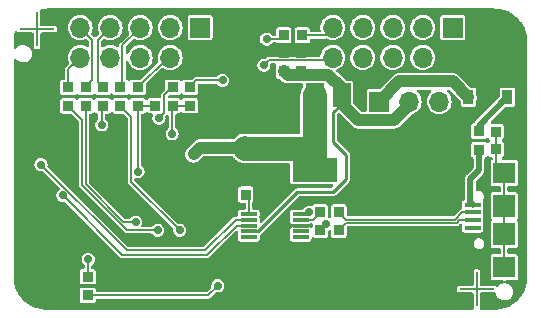
<source format=gbl>
%TF.GenerationSoftware,KiCad,Pcbnew,(5.99.0-8442-g3b424d3868)*%
%TF.CreationDate,2021-01-17T16:03:47+01:00*%
%TF.ProjectId,WiFi-Addon,57694669-2d41-4646-946f-6e2e6b696361,rev?*%
%TF.SameCoordinates,PX160b110PY9be08a8*%
%TF.FileFunction,Copper,L2,Bot*%
%TF.FilePolarity,Positive*%
%FSLAX46Y46*%
G04 Gerber Fmt 4.6, Leading zero omitted, Abs format (unit mm)*
G04 Created by KiCad (PCBNEW (5.99.0-8442-g3b424d3868)) date 2021-01-17 16:03:47*
%MOMM*%
%LPD*%
G01*
G04 APERTURE LIST*
%TA.AperFunction,SMDPad,CuDef*%
%ADD10R,0.950000X0.875000*%
%TD*%
%TA.AperFunction,ComponentPad*%
%ADD11R,1.700000X1.700000*%
%TD*%
%TA.AperFunction,ComponentPad*%
%ADD12O,1.700000X1.700000*%
%TD*%
%TA.AperFunction,SMDPad,CuDef*%
%ADD13R,3.000000X0.127000*%
%TD*%
%TA.AperFunction,SMDPad,CuDef*%
%ADD14R,0.127000X3.000000*%
%TD*%
%TA.AperFunction,SMDPad,CuDef*%
%ADD15R,0.875000X0.950000*%
%TD*%
%TA.AperFunction,SMDPad,CuDef*%
%ADD16R,1.400000X0.300000*%
%TD*%
%TA.AperFunction,SMDPad,CuDef*%
%ADD17R,0.900000X1.200000*%
%TD*%
%TA.AperFunction,SMDPad,CuDef*%
%ADD18R,1.350000X0.400000*%
%TD*%
%TA.AperFunction,SMDPad,CuDef*%
%ADD19R,1.900000X1.900000*%
%TD*%
%TA.AperFunction,SMDPad,CuDef*%
%ADD20R,1.900000X1.800000*%
%TD*%
%TA.AperFunction,SMDPad,CuDef*%
%ADD21R,1.500000X2.000000*%
%TD*%
%TA.AperFunction,SMDPad,CuDef*%
%ADD22R,3.800000X2.000000*%
%TD*%
%TA.AperFunction,ViaPad*%
%ADD23C,0.700000*%
%TD*%
%TA.AperFunction,ViaPad*%
%ADD24C,1.000000*%
%TD*%
%TA.AperFunction,Conductor*%
%ADD25C,0.127000*%
%TD*%
%TA.AperFunction,Conductor*%
%ADD26C,2.000000*%
%TD*%
%TA.AperFunction,Conductor*%
%ADD27C,1.000000*%
%TD*%
%TA.AperFunction,Conductor*%
%ADD28C,0.254000*%
%TD*%
%TA.AperFunction,Conductor*%
%ADD29C,0.500000*%
%TD*%
G04 APERTURE END LIST*
D10*
X17126000Y59536500D03*
X17126000Y57961500D03*
X20066000Y57961500D03*
X20066000Y59536500D03*
D11*
X42312800Y64589000D03*
D12*
X42312800Y62049000D03*
X39772800Y64589000D03*
X39772800Y62049000D03*
X37232800Y64589000D03*
X37232800Y62049000D03*
X34692800Y64589000D03*
X34692800Y62049000D03*
X32152800Y64589000D03*
X32152800Y62049000D03*
D11*
X20926000Y64589000D03*
D12*
X20926000Y62049000D03*
X18386000Y64589000D03*
X18386000Y62049000D03*
X15846000Y64589000D03*
X15846000Y62049000D03*
X13306000Y64589000D03*
X13306000Y62049000D03*
X10766000Y64589000D03*
X10766000Y62049000D03*
D10*
X11416000Y43486500D03*
X11416000Y41911500D03*
X18596000Y57961500D03*
X18596000Y59536500D03*
D13*
X44346000Y42439000D03*
D14*
X44346000Y42439000D03*
D10*
X14176000Y59526500D03*
X14176000Y57951500D03*
X29496000Y60891500D03*
X29496000Y62466500D03*
D15*
X29573500Y63919000D03*
X27998500Y63919000D03*
D16*
X29446000Y48819000D03*
X29446000Y48319000D03*
X29446000Y47819000D03*
X29446000Y47319000D03*
X29446000Y46819000D03*
X25046000Y46819000D03*
X25046000Y47319000D03*
X25046000Y47819000D03*
X25046000Y48319000D03*
X25046000Y48819000D03*
D10*
X44536000Y54241500D03*
X44536000Y55816500D03*
X9756000Y59526500D03*
X9756000Y57951500D03*
X28016000Y60891500D03*
X28016000Y62466500D03*
D15*
X32673500Y48939000D03*
X31098500Y48939000D03*
D17*
X43646000Y58699000D03*
X46946000Y58699000D03*
D18*
X44001800Y49584400D03*
X44001800Y48934400D03*
X44001800Y48284400D03*
X44001800Y47634400D03*
X44001800Y46984400D03*
D19*
X46676800Y49484400D03*
D20*
X46676800Y52284400D03*
X46676800Y44284400D03*
D19*
X46676800Y47084400D03*
D15*
X32673500Y47469000D03*
X31098500Y47469000D03*
D10*
X15646000Y59526500D03*
X15646000Y57951500D03*
D15*
X47553500Y54289000D03*
X45978500Y54289000D03*
D10*
X24786000Y54911500D03*
X24786000Y56486500D03*
D15*
X26363500Y50449000D03*
X24788500Y50449000D03*
D14*
X7126000Y64449000D03*
D13*
X7126000Y64449000D03*
D10*
X11226000Y59526500D03*
X11226000Y57951500D03*
X12696000Y59526500D03*
X12696000Y57951500D03*
D11*
X36086000Y58319000D03*
D12*
X38626000Y58319000D03*
X41166000Y58319000D03*
D15*
X47553500Y55769000D03*
X45978500Y55769000D03*
D10*
X26286000Y54911500D03*
X26286000Y56486500D03*
D21*
X28326000Y58859000D03*
D22*
X30626000Y52559000D03*
D21*
X30626000Y58859000D03*
X32926000Y58859000D03*
D23*
X26546000Y63609000D03*
X18556000Y55589000D03*
X22826000Y60109000D03*
D24*
X20366000Y53859000D03*
D23*
X22426000Y42729000D03*
X17336000Y47419000D03*
X15666000Y52389000D03*
X26316000Y61409000D03*
X15456000Y48109000D03*
X19196000Y47419000D03*
X11456000Y44949000D03*
X17436000Y56909000D03*
X30183998Y48944486D03*
X31586000Y47939000D03*
X7446000Y52989000D03*
X9298801Y50371801D03*
X12586000Y56359000D03*
D25*
X26546000Y63609000D02*
X27688500Y63609000D01*
X27688500Y63609000D02*
X27998500Y63919000D01*
X26316000Y61409000D02*
X26745489Y61838489D01*
X26745489Y61838489D02*
X31942289Y61838489D01*
X31942289Y61838489D02*
X32152800Y62049000D01*
X18556000Y55589000D02*
X18556000Y57951500D01*
X18556000Y57951500D02*
X18566000Y57961500D01*
X20036000Y59536500D02*
X20608500Y60109000D01*
X20608500Y60109000D02*
X22826000Y60109000D01*
X20036000Y57961500D02*
X18566000Y57961500D01*
X18566000Y59536500D02*
X17900489Y58870989D01*
X17900489Y58870989D02*
X17900489Y57373489D01*
X17900489Y57373489D02*
X17436000Y56909000D01*
X17106000Y57961500D02*
X15656000Y57961500D01*
X15656000Y57961500D02*
X15646000Y57951500D01*
X16015238Y59536500D02*
X15825619Y59346881D01*
D26*
X30626000Y54329000D02*
X24736000Y54329000D01*
X24736000Y54329000D02*
X24706000Y54359000D01*
D27*
X20926000Y54419000D02*
X24646000Y54419000D01*
D26*
X30626000Y58859000D02*
X30626000Y54329000D01*
D25*
X11416000Y41911500D02*
X21608500Y41911500D01*
D26*
X30626000Y54329000D02*
X30626000Y52559000D01*
D25*
X21608500Y41911500D02*
X22426000Y42729000D01*
D27*
X24646000Y54419000D02*
X24736000Y54329000D01*
X20366000Y53859000D02*
X20926000Y54419000D01*
D28*
X25853220Y47319000D02*
X25046000Y47319000D01*
D27*
X34326000Y56739000D02*
X37046000Y56739000D01*
D28*
X32146000Y50629000D02*
X29163220Y50629000D01*
D27*
X31791631Y60571989D02*
X32926000Y59437620D01*
X32926000Y59437620D02*
X32926000Y58859000D01*
X28335511Y60571989D02*
X31791631Y60571989D01*
D28*
X33276000Y53809000D02*
X33276000Y51759000D01*
D27*
X37046000Y56739000D02*
X37334620Y56739000D01*
X32926000Y58859000D02*
X32926000Y58139000D01*
D29*
X38626000Y58319000D02*
X37046000Y56739000D01*
D28*
X32196000Y57409000D02*
X32196000Y54889000D01*
X33276000Y51759000D02*
X32146000Y50629000D01*
D27*
X28016000Y60891500D02*
X28335511Y60571989D01*
D28*
X29163220Y50629000D02*
X25853220Y47319000D01*
X32196000Y54889000D02*
X33276000Y53809000D01*
X32926000Y58139000D02*
X32196000Y57409000D01*
D27*
X37334620Y56739000D02*
X38626000Y58030380D01*
X32926000Y58139000D02*
X34326000Y56739000D01*
D25*
X25046000Y48819000D02*
X25046000Y50191500D01*
X45978500Y55769000D02*
X45978500Y52982700D01*
X46676800Y44284400D02*
X46676800Y52284400D01*
D29*
X44536000Y55816500D02*
X44536000Y56289000D01*
X44536000Y56289000D02*
X46946000Y58699000D01*
D27*
X37796000Y60029000D02*
X42316000Y60029000D01*
X42316000Y60029000D02*
X43646000Y58699000D01*
X36086000Y58319000D02*
X37796000Y60029000D01*
D25*
X9756000Y61039000D02*
X10766000Y62049000D01*
X9756000Y59526500D02*
X9756000Y61039000D01*
X10766000Y64589000D02*
X11806511Y63548489D01*
X11806511Y60107011D02*
X11226000Y59526500D01*
X11806511Y63548489D02*
X11806511Y60107011D01*
X12265489Y59957011D02*
X12696000Y59526500D01*
X13306000Y64589000D02*
X12265489Y63548489D01*
X12265489Y63548489D02*
X12265489Y59957011D01*
X14346511Y63089511D02*
X15846000Y64589000D01*
X14346511Y59697011D02*
X14346511Y63089511D01*
X15646000Y59526500D02*
X18168500Y62049000D01*
D29*
X43796000Y51759000D02*
X43796000Y49790200D01*
X44536000Y54241500D02*
X44536000Y52499000D01*
X43796000Y49790200D02*
X44001800Y49584400D01*
X44536000Y52499000D02*
X43796000Y51759000D01*
D25*
X44001800Y48284400D02*
X42875402Y48284400D01*
X42875402Y48284400D02*
X42668001Y48076999D01*
X42668001Y48076999D02*
X33281499Y48076999D01*
X33281499Y48076999D02*
X32673500Y47469000D01*
X43131400Y48934400D02*
X42528001Y48331001D01*
X42528001Y48331001D02*
X33281499Y48331001D01*
X33281499Y48331001D02*
X32673500Y48939000D01*
X44001800Y48934400D02*
X43131400Y48934400D01*
X14756774Y47419000D02*
X17336000Y47419000D01*
X10951387Y51224387D02*
X14756774Y47419000D01*
X10951387Y56756113D02*
X9756000Y57951500D01*
X10951387Y51224387D02*
X10951387Y56756113D01*
X15666000Y52389000D02*
X15666000Y57931500D01*
X11226000Y51309000D02*
X14426000Y48109000D01*
X14426000Y48109000D02*
X15456000Y48109000D01*
X11226000Y57951500D02*
X11226000Y51309000D01*
X15096000Y51519000D02*
X19196000Y47419000D01*
X15096000Y57031500D02*
X14176000Y57951500D01*
X15096000Y51519000D02*
X15096000Y57031500D01*
X11416000Y43486500D02*
X11416000Y44909000D01*
X11416000Y44909000D02*
X11456000Y44949000D01*
X31098500Y48939000D02*
X30478500Y48319000D01*
X30478500Y48319000D02*
X29446000Y48319000D01*
X30058512Y48819000D02*
X30183998Y48944486D01*
X31568500Y47939000D02*
X31098500Y47469000D01*
X31586000Y47939000D02*
X31568500Y47939000D01*
X14711000Y45724000D02*
X7446000Y52989000D01*
X25046000Y48319000D02*
X23926000Y48319000D01*
X23926000Y48319000D02*
X21331000Y45724000D01*
X21331000Y45724000D02*
X14711000Y45724000D01*
X25046000Y47819000D02*
X24006000Y47819000D01*
X14331602Y45339000D02*
X9298801Y50371801D01*
X21526000Y45339000D02*
X14331602Y45339000D01*
X24006000Y47819000D02*
X21526000Y45339000D01*
X12586000Y56359000D02*
X12586000Y57841500D01*
X29573500Y63919000D02*
X31482800Y63919000D01*
X31482800Y63919000D02*
X32152800Y64589000D01*
%TA.AperFunction,Conductor*%
G36*
X45848606Y66196245D02*
G01*
X45857497Y66194354D01*
X45863687Y66194272D01*
X45863689Y66194272D01*
X45935997Y66193317D01*
X45991061Y66192590D01*
X45996445Y66192403D01*
X46025255Y66190785D01*
X46068723Y66188344D01*
X46075764Y66187750D01*
X46163339Y66177883D01*
X46310444Y66161309D01*
X46317385Y66160329D01*
X46374294Y66150660D01*
X46381214Y66149283D01*
X46611445Y66096734D01*
X46618288Y66094969D01*
X46673691Y66079008D01*
X46680425Y66076861D01*
X46804480Y66033452D01*
X46903339Y65998860D01*
X46909938Y65996341D01*
X46963213Y65974273D01*
X46969662Y65971387D01*
X47182447Y65868915D01*
X47188726Y65865671D01*
X47239148Y65837804D01*
X47245236Y65834213D01*
X47445241Y65708542D01*
X47451119Y65704615D01*
X47498116Y65671268D01*
X47503761Y65667019D01*
X47688405Y65519772D01*
X47693784Y65515231D01*
X47735737Y65477739D01*
X47736820Y65476771D01*
X47741954Y65471916D01*
X47908916Y65304954D01*
X47913770Y65299821D01*
X47952231Y65256784D01*
X47956772Y65251405D01*
X48104019Y65066761D01*
X48108268Y65061116D01*
X48141615Y65014119D01*
X48145542Y65008241D01*
X48271213Y64808236D01*
X48274804Y64802148D01*
X48302666Y64751735D01*
X48305910Y64745457D01*
X48317592Y64721200D01*
X48408403Y64532629D01*
X48411275Y64526210D01*
X48419517Y64506313D01*
X48433347Y64472923D01*
X48435865Y64466326D01*
X48463338Y64387813D01*
X48513857Y64243438D01*
X48516004Y64236704D01*
X48531970Y64181285D01*
X48533735Y64174442D01*
X48586283Y63944214D01*
X48587660Y63937294D01*
X48597329Y63880385D01*
X48598309Y63873443D01*
X48615187Y63723642D01*
X48624750Y63638766D01*
X48625344Y63631725D01*
X48629403Y63559455D01*
X48629590Y63554059D01*
X48629726Y63543765D01*
X48631124Y63437932D01*
X48631354Y63420497D01*
X48632640Y63414451D01*
X48632640Y63414449D01*
X48633244Y63411610D01*
X48636000Y63385400D01*
X48636000Y43512600D01*
X48633244Y43486390D01*
X48632641Y43483553D01*
X48631354Y43477503D01*
X48631272Y43471322D01*
X48631272Y43471319D01*
X48629590Y43343947D01*
X48629403Y43338545D01*
X48625344Y43266275D01*
X48624750Y43259234D01*
X48621449Y43229936D01*
X48598309Y43024557D01*
X48597329Y43017615D01*
X48587662Y42960717D01*
X48586283Y42953786D01*
X48533735Y42723558D01*
X48531970Y42716715D01*
X48516004Y42661296D01*
X48513857Y42654562D01*
X48437884Y42437442D01*
X48435867Y42431679D01*
X48433347Y42425077D01*
X48411280Y42371801D01*
X48408403Y42365371D01*
X48334972Y42212890D01*
X48305910Y42152543D01*
X48302666Y42146265D01*
X48274804Y42095852D01*
X48271213Y42089764D01*
X48145542Y41889759D01*
X48141615Y41883881D01*
X48108268Y41836884D01*
X48104019Y41831239D01*
X47956772Y41646595D01*
X47952231Y41641216D01*
X47935976Y41623027D01*
X47913771Y41598180D01*
X47908916Y41593046D01*
X47741954Y41426084D01*
X47736821Y41421230D01*
X47693784Y41382769D01*
X47688405Y41378228D01*
X47503761Y41230981D01*
X47498116Y41226732D01*
X47451119Y41193385D01*
X47445241Y41189458D01*
X47245236Y41063787D01*
X47239162Y41060204D01*
X47188703Y41032316D01*
X47182463Y41029092D01*
X47054103Y40967278D01*
X46969662Y40926613D01*
X46963213Y40923727D01*
X46909938Y40901659D01*
X46903339Y40899140D01*
X46804480Y40864548D01*
X46680425Y40821139D01*
X46673691Y40818992D01*
X46618288Y40803031D01*
X46611445Y40801266D01*
X46381214Y40748717D01*
X46374294Y40747340D01*
X46317385Y40737671D01*
X46310444Y40736691D01*
X46163339Y40720117D01*
X46075764Y40710250D01*
X46068723Y40709656D01*
X46025255Y40707215D01*
X45996445Y40705597D01*
X45991061Y40705410D01*
X45935997Y40704683D01*
X45863689Y40703728D01*
X45863687Y40703728D01*
X45857497Y40703646D01*
X45848606Y40701755D01*
X45822404Y40699000D01*
X44721936Y40699000D01*
X44653815Y40719002D01*
X44607322Y40772658D01*
X44597218Y40842932D01*
X44601209Y40857481D01*
X44602314Y40859134D01*
X44618200Y40939000D01*
X44618200Y42040800D01*
X44638202Y42108921D01*
X44691858Y42155414D01*
X44744200Y42166800D01*
X45846000Y42166800D01*
X45846000Y42165521D01*
X45909199Y42153536D01*
X45960728Y42104696D01*
X45974641Y42069393D01*
X45998343Y41965488D01*
X46001567Y41958921D01*
X46001568Y41958919D01*
X46064257Y41831239D01*
X46072807Y41813824D01*
X46180163Y41683358D01*
X46314654Y41581089D01*
X46321342Y41578118D01*
X46321346Y41578116D01*
X46353696Y41563747D01*
X46469065Y41512502D01*
X46476260Y41511149D01*
X46582866Y41491102D01*
X46635113Y41481277D01*
X46642421Y41481615D01*
X46642424Y41481615D01*
X46796573Y41488750D01*
X46796576Y41488750D01*
X46803890Y41489089D01*
X46810933Y41491102D01*
X46810934Y41491102D01*
X46896217Y41515476D01*
X46966343Y41535518D01*
X46972729Y41539094D01*
X46972733Y41539096D01*
X47107367Y41614495D01*
X47107369Y41614496D01*
X47113759Y41618075D01*
X47139691Y41641879D01*
X47232838Y41727382D01*
X47232839Y41727383D01*
X47238228Y41732330D01*
X47333074Y41872154D01*
X47366120Y41958919D01*
X47390604Y42023204D01*
X47390605Y42023209D01*
X47393210Y42030048D01*
X47415410Y42197542D01*
X47415500Y42209000D01*
X47415047Y42212882D01*
X47415047Y42212890D01*
X47396782Y42369549D01*
X47396782Y42369550D01*
X47395934Y42376821D01*
X47338286Y42535640D01*
X47245647Y42676938D01*
X47122988Y42793134D01*
X47039707Y42841507D01*
X46983220Y42874317D01*
X46983217Y42874318D01*
X46976887Y42877995D01*
X46969879Y42880117D01*
X46969878Y42880118D01*
X46937561Y42889906D01*
X46815183Y42926971D01*
X46814912Y42926988D01*
X46754004Y42957441D01*
X46717748Y43018481D01*
X46720248Y43089434D01*
X46760711Y43147771D01*
X46826291Y43174972D01*
X46839819Y43175700D01*
X47626800Y43175700D01*
X47658282Y43181962D01*
X47694496Y43189165D01*
X47694497Y43189166D01*
X47706666Y43191586D01*
X47774373Y43236827D01*
X47819614Y43304534D01*
X47827454Y43343946D01*
X47834293Y43378332D01*
X47835500Y43384400D01*
X47835500Y45184400D01*
X47824755Y45238422D01*
X47822035Y45252096D01*
X47822034Y45252097D01*
X47819614Y45264266D01*
X47774373Y45331973D01*
X47706666Y45377214D01*
X47694497Y45379634D01*
X47694496Y45379635D01*
X47632868Y45391893D01*
X47626800Y45393100D01*
X47070000Y45393100D01*
X47001879Y45413102D01*
X46955386Y45466758D01*
X46944000Y45519100D01*
X46944000Y45799700D01*
X46964002Y45867821D01*
X47017658Y45914314D01*
X47070000Y45925700D01*
X47626800Y45925700D01*
X47642249Y45928773D01*
X47694496Y45939165D01*
X47694497Y45939166D01*
X47706666Y45941586D01*
X47774373Y45986827D01*
X47819614Y46054534D01*
X47826489Y46089095D01*
X47834293Y46128332D01*
X47835500Y46134400D01*
X47835500Y48034400D01*
X47824324Y48090587D01*
X47822035Y48102096D01*
X47822034Y48102097D01*
X47819614Y48114266D01*
X47774373Y48181973D01*
X47764060Y48188864D01*
X47757619Y48195305D01*
X47723593Y48257617D01*
X47728658Y48328432D01*
X47757619Y48373495D01*
X47764060Y48379936D01*
X47774373Y48386827D01*
X47819614Y48454534D01*
X47822492Y48469000D01*
X47834293Y48528332D01*
X47835500Y48534400D01*
X47835500Y50434400D01*
X47819614Y50514266D01*
X47774373Y50581973D01*
X47706666Y50627214D01*
X47694497Y50629634D01*
X47694496Y50629635D01*
X47632868Y50641893D01*
X47626800Y50643100D01*
X47070000Y50643100D01*
X47001879Y50663102D01*
X46955386Y50716758D01*
X46944000Y50769100D01*
X46944000Y51049700D01*
X46964002Y51117821D01*
X47017658Y51164314D01*
X47070000Y51175700D01*
X47626800Y51175700D01*
X47637837Y51177895D01*
X47694496Y51189165D01*
X47694497Y51189166D01*
X47706666Y51191586D01*
X47774373Y51236827D01*
X47819614Y51304534D01*
X47822618Y51319633D01*
X47834293Y51378332D01*
X47835500Y51384400D01*
X47835500Y53184400D01*
X47828479Y53219696D01*
X47822035Y53252096D01*
X47822034Y53252097D01*
X47819614Y53264266D01*
X47774373Y53331973D01*
X47706666Y53377214D01*
X47694497Y53379634D01*
X47694496Y53379635D01*
X47632868Y53391893D01*
X47626800Y53393100D01*
X46569878Y53393100D01*
X46501757Y53413102D01*
X46455264Y53466758D01*
X46445160Y53537032D01*
X46474654Y53601612D01*
X46499876Y53623865D01*
X46553258Y53659534D01*
X46553260Y53659536D01*
X46563573Y53666427D01*
X46608814Y53734134D01*
X46624700Y53814000D01*
X46624700Y54764000D01*
X46614305Y54816260D01*
X46611235Y54831696D01*
X46611234Y54831697D01*
X46608814Y54843866D01*
X46563573Y54911573D01*
X46553260Y54918464D01*
X46553258Y54918466D01*
X46544624Y54924235D01*
X46499096Y54978712D01*
X46490248Y55049155D01*
X46520890Y55113199D01*
X46544624Y55133765D01*
X46553258Y55139534D01*
X46553260Y55139536D01*
X46563573Y55146427D01*
X46608814Y55214134D01*
X46624700Y55294000D01*
X46624700Y56244000D01*
X46608814Y56323866D01*
X46563573Y56391573D01*
X46495866Y56436814D01*
X46483697Y56439234D01*
X46483696Y56439235D01*
X46422068Y56451493D01*
X46416000Y56452700D01*
X45645518Y56452700D01*
X45577397Y56472702D01*
X45530904Y56526358D01*
X45520800Y56596632D01*
X45550294Y56661212D01*
X45556423Y56667795D01*
X46000893Y57112264D01*
X46742024Y57853395D01*
X46804336Y57887421D01*
X46831119Y57890300D01*
X47396000Y57890300D01*
X47415813Y57894241D01*
X47463696Y57903765D01*
X47463697Y57903766D01*
X47475866Y57906186D01*
X47543573Y57951427D01*
X47588814Y58019134D01*
X47604700Y58099000D01*
X47604700Y59299000D01*
X47592206Y59361814D01*
X47591235Y59366696D01*
X47591234Y59366697D01*
X47588814Y59378866D01*
X47543573Y59446573D01*
X47475866Y59491814D01*
X47463697Y59494234D01*
X47463696Y59494235D01*
X47402068Y59506493D01*
X47396000Y59507700D01*
X46496000Y59507700D01*
X46489932Y59506493D01*
X46428304Y59494235D01*
X46428303Y59494234D01*
X46416134Y59491814D01*
X46348427Y59446573D01*
X46303186Y59378866D01*
X46300766Y59366697D01*
X46300765Y59366696D01*
X46299794Y59361814D01*
X46287300Y59299000D01*
X46287300Y58734119D01*
X46267298Y58665998D01*
X46250395Y58645024D01*
X44238771Y56633400D01*
X44227682Y56623546D01*
X44201622Y56603002D01*
X44168004Y56554359D01*
X44165728Y56551176D01*
X44140582Y56517131D01*
X44136122Y56511092D01*
X44079561Y56468181D01*
X44059354Y56462373D01*
X44032354Y56457002D01*
X43993304Y56449235D01*
X43993303Y56449234D01*
X43981134Y56446814D01*
X43913427Y56401573D01*
X43868186Y56333866D01*
X43852300Y56254000D01*
X43852300Y55379000D01*
X43868186Y55299134D01*
X43913427Y55231427D01*
X43981134Y55186186D01*
X43993303Y55183766D01*
X43993304Y55183765D01*
X44043379Y55173805D01*
X44061000Y55170300D01*
X45011000Y55170300D01*
X45028621Y55173805D01*
X45078696Y55183765D01*
X45078697Y55183766D01*
X45090866Y55186186D01*
X45158573Y55231427D01*
X45160647Y55234531D01*
X45217689Y55265679D01*
X45288504Y55260614D01*
X45349237Y55212561D01*
X45368478Y55183765D01*
X45393427Y55146427D01*
X45403740Y55139536D01*
X45403742Y55139534D01*
X45412376Y55133765D01*
X45457904Y55079288D01*
X45466752Y55008845D01*
X45436110Y54944801D01*
X45412376Y54924235D01*
X45403742Y54918466D01*
X45403740Y54918464D01*
X45393427Y54911573D01*
X45386536Y54901260D01*
X45349237Y54845439D01*
X45294759Y54799912D01*
X45224316Y54791065D01*
X45160463Y54823744D01*
X45158573Y54826573D01*
X45090866Y54871814D01*
X45078697Y54874234D01*
X45078696Y54874235D01*
X45017068Y54886493D01*
X45011000Y54887700D01*
X44061000Y54887700D01*
X44054932Y54886493D01*
X43993304Y54874235D01*
X43993303Y54874234D01*
X43981134Y54871814D01*
X43913427Y54826573D01*
X43868186Y54758866D01*
X43852300Y54679000D01*
X43852300Y53804000D01*
X43868186Y53724134D01*
X43913427Y53656427D01*
X43981134Y53611186D01*
X43993304Y53608765D01*
X44004517Y53604121D01*
X44059798Y53559574D01*
X44082300Y53487712D01*
X44082300Y52739119D01*
X44062298Y52670998D01*
X44045395Y52650023D01*
X43768112Y52372741D01*
X43498767Y52103396D01*
X43487685Y52093548D01*
X43461622Y52073002D01*
X43428003Y52024359D01*
X43425750Y52021205D01*
X43390617Y51973639D01*
X43388208Y51966781D01*
X43384075Y51960800D01*
X43381237Y51951825D01*
X43381236Y51951824D01*
X43366258Y51904464D01*
X43365014Y51900735D01*
X43359779Y51885828D01*
X43349018Y51855185D01*
X43345424Y51844952D01*
X43345142Y51837750D01*
X43345113Y51837601D01*
X43342947Y51830756D01*
X43342300Y51822535D01*
X43342300Y51767907D01*
X43342203Y51762961D01*
X43340070Y51708665D01*
X43341886Y51701816D01*
X43342300Y51694294D01*
X43342300Y50098286D01*
X43322298Y50030165D01*
X43264518Y49981877D01*
X43259105Y49979635D01*
X43246934Y49977214D01*
X43236617Y49970321D01*
X43236616Y49970320D01*
X43194878Y49942431D01*
X43179227Y49931973D01*
X43133986Y49864266D01*
X43131566Y49852097D01*
X43131565Y49852096D01*
X43123343Y49810760D01*
X43118100Y49784400D01*
X43118100Y49384400D01*
X43119306Y49378335D01*
X43119307Y49378329D01*
X43128045Y49334400D01*
X43121717Y49263686D01*
X43078162Y49207620D01*
X43049926Y49195326D01*
X43050869Y49193049D01*
X43039407Y49188301D01*
X43027233Y49185880D01*
X42967120Y49145713D01*
X42938926Y49126874D01*
X42932032Y49116556D01*
X42931580Y49115880D01*
X42915910Y49096787D01*
X42454229Y48635106D01*
X42391917Y48601080D01*
X42365134Y48598201D01*
X33445700Y48598201D01*
X33377579Y48618203D01*
X33331086Y48671859D01*
X33319700Y48724201D01*
X33319700Y49414000D01*
X33314606Y49439608D01*
X33306235Y49481696D01*
X33306234Y49481697D01*
X33303814Y49493866D01*
X33258573Y49561573D01*
X33190866Y49606814D01*
X33178697Y49609234D01*
X33178696Y49609235D01*
X33117068Y49621493D01*
X33111000Y49622700D01*
X32236000Y49622700D01*
X32229932Y49621493D01*
X32168304Y49609235D01*
X32168303Y49609234D01*
X32156134Y49606814D01*
X32088427Y49561573D01*
X32043186Y49493866D01*
X32040766Y49481697D01*
X32040765Y49481696D01*
X32032394Y49439608D01*
X32027300Y49414000D01*
X32027300Y48545471D01*
X32007298Y48477350D01*
X31953642Y48430857D01*
X31883368Y48420753D01*
X31847245Y48432415D01*
X31844843Y48434122D01*
X31828019Y48440179D01*
X31770701Y48482074D01*
X31745132Y48548306D01*
X31744700Y48558730D01*
X31744700Y49414000D01*
X31739606Y49439608D01*
X31731235Y49481696D01*
X31731234Y49481697D01*
X31728814Y49493866D01*
X31683573Y49561573D01*
X31615866Y49606814D01*
X31603697Y49609234D01*
X31603696Y49609235D01*
X31542068Y49621493D01*
X31536000Y49622700D01*
X30661000Y49622700D01*
X30654932Y49621493D01*
X30593304Y49609235D01*
X30593303Y49609234D01*
X30581134Y49606814D01*
X30513427Y49561573D01*
X30506536Y49551260D01*
X30506534Y49551258D01*
X30488788Y49524699D01*
X30434311Y49479171D01*
X30363868Y49470323D01*
X30341342Y49476150D01*
X30325937Y49481696D01*
X30300158Y49490977D01*
X30291598Y49491606D01*
X30291596Y49491606D01*
X30210695Y49497547D01*
X30148917Y49502084D01*
X30000260Y49472109D01*
X29865140Y49403262D01*
X29858818Y49397449D01*
X29858817Y49397448D01*
X29809326Y49351938D01*
X29753512Y49300615D01*
X29748987Y49293317D01*
X29714258Y49237304D01*
X29661362Y49189949D01*
X29607171Y49177700D01*
X28746000Y49177700D01*
X28739932Y49176493D01*
X28678304Y49164235D01*
X28678303Y49164234D01*
X28666134Y49161814D01*
X28598427Y49116573D01*
X28553186Y49048866D01*
X28537300Y48969000D01*
X28537300Y48669000D01*
X28538506Y48662935D01*
X28538507Y48662929D01*
X28552301Y48593580D01*
X28552301Y48544420D01*
X28538507Y48475071D01*
X28538506Y48475065D01*
X28537300Y48469000D01*
X28537300Y48169000D01*
X28538507Y48162932D01*
X28550644Y48101916D01*
X28553186Y48089134D01*
X28598427Y48021427D01*
X28666134Y47976186D01*
X28678303Y47973766D01*
X28678304Y47973765D01*
X28734527Y47962582D01*
X28746000Y47960300D01*
X30146000Y47960300D01*
X30157473Y47962582D01*
X30213696Y47973765D01*
X30213697Y47973766D01*
X30225866Y47976186D01*
X30236183Y47983080D01*
X30236186Y47983081D01*
X30256297Y47996519D01*
X30324049Y48017735D01*
X30392516Y47998953D01*
X30439960Y47946136D01*
X30452300Y47891755D01*
X30452300Y47746245D01*
X30432298Y47678124D01*
X30378642Y47631631D01*
X30308368Y47621527D01*
X30256297Y47641481D01*
X30236186Y47654919D01*
X30236183Y47654920D01*
X30225866Y47661814D01*
X30213697Y47664234D01*
X30213696Y47664235D01*
X30152068Y47676493D01*
X30146000Y47677700D01*
X28746000Y47677700D01*
X28739932Y47676493D01*
X28678304Y47664235D01*
X28678303Y47664234D01*
X28666134Y47661814D01*
X28598427Y47616573D01*
X28553186Y47548866D01*
X28537300Y47469000D01*
X28537300Y47169000D01*
X28538506Y47162935D01*
X28538507Y47162929D01*
X28552301Y47093580D01*
X28552301Y47044420D01*
X28538507Y46975071D01*
X28538506Y46975065D01*
X28537300Y46969000D01*
X28537300Y46669000D01*
X28538507Y46662932D01*
X28550183Y46604233D01*
X28553186Y46589134D01*
X28598427Y46521427D01*
X28666134Y46476186D01*
X28678303Y46473766D01*
X28678304Y46473765D01*
X28734963Y46462495D01*
X28746000Y46460300D01*
X30146000Y46460300D01*
X30157037Y46462495D01*
X30213696Y46473765D01*
X30213697Y46473766D01*
X30225866Y46476186D01*
X30293573Y46521427D01*
X30338814Y46589134D01*
X30341818Y46604233D01*
X30353493Y46662932D01*
X30354700Y46669000D01*
X30354700Y46716755D01*
X30374702Y46784876D01*
X30428358Y46831369D01*
X30498632Y46841473D01*
X30550703Y46821519D01*
X30570814Y46808081D01*
X30570817Y46808080D01*
X30581134Y46801186D01*
X30593303Y46798766D01*
X30593304Y46798765D01*
X30649963Y46787495D01*
X30661000Y46785300D01*
X31536000Y46785300D01*
X31547037Y46787495D01*
X31603696Y46798765D01*
X31603697Y46798766D01*
X31615866Y46801186D01*
X31683573Y46846427D01*
X31728814Y46914134D01*
X31744700Y46994000D01*
X31744700Y47317832D01*
X31764702Y47385953D01*
X31818358Y47432446D01*
X31823817Y47434604D01*
X31826283Y47435828D01*
X31834418Y47438566D01*
X31841521Y47443394D01*
X31845273Y47445256D01*
X31915182Y47457631D01*
X31980685Y47430245D01*
X32020983Y47371794D01*
X32027300Y47332398D01*
X32027300Y46994000D01*
X32043186Y46914134D01*
X32088427Y46846427D01*
X32156134Y46801186D01*
X32168303Y46798766D01*
X32168304Y46798765D01*
X32224963Y46787495D01*
X32236000Y46785300D01*
X33111000Y46785300D01*
X33122037Y46787495D01*
X33178696Y46798765D01*
X33178697Y46798766D01*
X33190866Y46801186D01*
X33258573Y46846427D01*
X33303814Y46914134D01*
X33319700Y46994000D01*
X33319700Y47683799D01*
X33339702Y47751920D01*
X33393358Y47798413D01*
X33445700Y47809799D01*
X42630460Y47809799D01*
X42655040Y47807378D01*
X42668001Y47804800D01*
X42693132Y47809799D01*
X42693138Y47809799D01*
X42693143Y47809800D01*
X42693151Y47809801D01*
X42756328Y47822368D01*
X42756330Y47822369D01*
X42759997Y47823098D01*
X42759999Y47823099D01*
X42772168Y47825519D01*
X42839165Y47870286D01*
X42860475Y47884525D01*
X42867819Y47895516D01*
X42883489Y47914609D01*
X42904166Y47935286D01*
X42966478Y47969312D01*
X43037293Y47964247D01*
X43094129Y47921700D01*
X43118940Y47855180D01*
X43118703Y47837431D01*
X43118100Y47834400D01*
X43118100Y47434400D01*
X43119307Y47428332D01*
X43127737Y47385953D01*
X43133986Y47354534D01*
X43179227Y47286827D01*
X43246934Y47241586D01*
X43259103Y47239166D01*
X43259104Y47239165D01*
X43315763Y47227895D01*
X43326800Y47225700D01*
X44676800Y47225700D01*
X44687837Y47227895D01*
X44744496Y47239165D01*
X44744497Y47239166D01*
X44756666Y47241586D01*
X44824373Y47286827D01*
X44869614Y47354534D01*
X44875864Y47385953D01*
X44884293Y47428332D01*
X44885500Y47434400D01*
X44885500Y47834400D01*
X44875530Y47884525D01*
X44872035Y47902096D01*
X44872034Y47902097D01*
X44869614Y47914266D01*
X44867618Y47917252D01*
X44860682Y47981773D01*
X44865603Y47998531D01*
X44869614Y48004534D01*
X44872134Y48017200D01*
X44884293Y48078332D01*
X44885500Y48084400D01*
X44885500Y48484400D01*
X44878744Y48518367D01*
X44872035Y48552096D01*
X44872034Y48552097D01*
X44869614Y48564266D01*
X44867618Y48567252D01*
X44860682Y48631773D01*
X44865603Y48648531D01*
X44869614Y48654534D01*
X44872492Y48669000D01*
X44884293Y48728332D01*
X44885500Y48734400D01*
X44885500Y49134400D01*
X44879566Y49164235D01*
X44872035Y49202096D01*
X44872034Y49202097D01*
X44869614Y49214266D01*
X44867618Y49217252D01*
X44860682Y49281773D01*
X44865603Y49298531D01*
X44869614Y49304534D01*
X44885500Y49384400D01*
X44885500Y49784400D01*
X44869614Y49864266D01*
X44863722Y49873083D01*
X44856268Y49942431D01*
X44889096Y50007029D01*
X44895585Y50013831D01*
X44895586Y50013832D01*
X44902085Y50020645D01*
X44907838Y50032158D01*
X44958839Y50134226D01*
X44958840Y50134228D01*
X44963050Y50142654D01*
X44966535Y50163590D01*
X44984630Y50272308D01*
X44984630Y50272313D01*
X44985443Y50277195D01*
X44985500Y50284400D01*
X44983826Y50295538D01*
X44966622Y50409964D01*
X44965222Y50419276D01*
X44952952Y50444830D01*
X44910259Y50533738D01*
X44910258Y50533739D01*
X44906182Y50542228D01*
X44813599Y50642383D01*
X44805455Y50647113D01*
X44805453Y50647115D01*
X44743945Y50682841D01*
X44695659Y50710888D01*
X44597053Y50733744D01*
X44571966Y50739559D01*
X44571965Y50739559D01*
X44562789Y50741686D01*
X44553394Y50741021D01*
X44553391Y50741021D01*
X44482844Y50736026D01*
X44426738Y50732053D01*
X44417952Y50728654D01*
X44408763Y50726600D01*
X44408268Y50728815D01*
X44350409Y50723972D01*
X44287690Y50757240D01*
X44252913Y50819136D01*
X44249700Y50847408D01*
X44249700Y51518881D01*
X44269702Y51587002D01*
X44286605Y51607977D01*
X44833233Y52154604D01*
X44844315Y52164452D01*
X44870378Y52184998D01*
X44903997Y52233641D01*
X44906250Y52236795D01*
X44941383Y52284361D01*
X44943791Y52291219D01*
X44947925Y52297200D01*
X44965749Y52353558D01*
X44967000Y52357307D01*
X44976509Y52384383D01*
X44986575Y52413048D01*
X44986857Y52420243D01*
X44986887Y52420398D01*
X44989053Y52427244D01*
X44989700Y52435465D01*
X44989700Y52490103D01*
X44989797Y52495050D01*
X44991445Y52537002D01*
X44991930Y52549335D01*
X44990114Y52556184D01*
X44989700Y52563706D01*
X44989700Y53487712D01*
X45009702Y53555833D01*
X45067483Y53604121D01*
X45078696Y53608765D01*
X45090866Y53611186D01*
X45158573Y53656427D01*
X45165464Y53666740D01*
X45165466Y53666742D01*
X45174576Y53680376D01*
X45229053Y53725904D01*
X45299496Y53734752D01*
X45363540Y53704110D01*
X45384106Y53680375D01*
X45386532Y53676744D01*
X45386536Y53676740D01*
X45393427Y53666427D01*
X45461134Y53621186D01*
X45473303Y53618766D01*
X45473304Y53618765D01*
X45511408Y53611186D01*
X45541000Y53605300D01*
X45572922Y53605300D01*
X45641043Y53585298D01*
X45687536Y53531642D01*
X45697640Y53461368D01*
X45668146Y53396788D01*
X45642924Y53374535D01*
X45589542Y53338866D01*
X45589540Y53338864D01*
X45579227Y53331973D01*
X45533986Y53264266D01*
X45531566Y53252097D01*
X45531565Y53252096D01*
X45525121Y53219696D01*
X45518100Y53184400D01*
X45518100Y51384400D01*
X45519307Y51378332D01*
X45530983Y51319633D01*
X45533986Y51304534D01*
X45579227Y51236827D01*
X45646934Y51191586D01*
X45659103Y51189166D01*
X45659104Y51189165D01*
X45715763Y51177895D01*
X45726800Y51175700D01*
X46283600Y51175700D01*
X46351721Y51155698D01*
X46398214Y51102042D01*
X46409600Y51049700D01*
X46409600Y50769100D01*
X46389598Y50700979D01*
X46335942Y50654486D01*
X46283600Y50643100D01*
X45726800Y50643100D01*
X45720732Y50641893D01*
X45659104Y50629635D01*
X45659103Y50629634D01*
X45646934Y50627214D01*
X45579227Y50581973D01*
X45533986Y50514266D01*
X45518100Y50434400D01*
X45518100Y48534400D01*
X45519307Y48528332D01*
X45531109Y48469000D01*
X45533986Y48454534D01*
X45579227Y48386827D01*
X45589540Y48379936D01*
X45595981Y48373495D01*
X45630007Y48311183D01*
X45624942Y48240368D01*
X45595981Y48195305D01*
X45589540Y48188864D01*
X45579227Y48181973D01*
X45533986Y48114266D01*
X45531566Y48102097D01*
X45531565Y48102096D01*
X45529276Y48090587D01*
X45518100Y48034400D01*
X45518100Y46134400D01*
X45519307Y46128332D01*
X45527112Y46089095D01*
X45533986Y46054534D01*
X45579227Y45986827D01*
X45646934Y45941586D01*
X45659103Y45939166D01*
X45659104Y45939165D01*
X45711351Y45928773D01*
X45726800Y45925700D01*
X46283600Y45925700D01*
X46351721Y45905698D01*
X46398214Y45852042D01*
X46409600Y45799700D01*
X46409600Y45519100D01*
X46389598Y45450979D01*
X46335942Y45404486D01*
X46283600Y45393100D01*
X45726800Y45393100D01*
X45720732Y45391893D01*
X45659104Y45379635D01*
X45659103Y45379634D01*
X45646934Y45377214D01*
X45579227Y45331973D01*
X45533986Y45264266D01*
X45531566Y45252097D01*
X45531565Y45252096D01*
X45528845Y45238422D01*
X45518100Y45184400D01*
X45518100Y43384400D01*
X45519307Y43378332D01*
X45526147Y43343946D01*
X45533986Y43304534D01*
X45579227Y43236827D01*
X45646934Y43191586D01*
X45659103Y43189166D01*
X45659104Y43189165D01*
X45695318Y43181962D01*
X45726800Y43175700D01*
X46555882Y43175700D01*
X46624003Y43155698D01*
X46670496Y43102042D01*
X46680600Y43031768D01*
X46651106Y42967188D01*
X46591380Y42928804D01*
X46577220Y42925520D01*
X46573304Y42924847D01*
X46480032Y42908820D01*
X46324563Y42842667D01*
X46188482Y42742523D01*
X46163181Y42712741D01*
X46140488Y42686030D01*
X46081140Y42647065D01*
X46010147Y42646372D01*
X45974460Y42662844D01*
X45936182Y42688421D01*
X45925866Y42695314D01*
X45913697Y42697734D01*
X45913696Y42697735D01*
X45852068Y42709993D01*
X45846000Y42711200D01*
X44744200Y42711200D01*
X44676079Y42731202D01*
X44629586Y42784858D01*
X44618200Y42837200D01*
X44618200Y43939000D01*
X44616005Y43950037D01*
X44604735Y44006696D01*
X44604734Y44006697D01*
X44602314Y44018866D01*
X44557073Y44086573D01*
X44489366Y44131814D01*
X44477197Y44134234D01*
X44477196Y44134235D01*
X44415568Y44146493D01*
X44409500Y44147700D01*
X44282500Y44147700D01*
X44276432Y44146493D01*
X44214804Y44134235D01*
X44214803Y44134234D01*
X44202634Y44131814D01*
X44134927Y44086573D01*
X44089686Y44018866D01*
X44087266Y44006697D01*
X44087265Y44006696D01*
X44075995Y43950037D01*
X44073800Y43939000D01*
X44073800Y42837200D01*
X44053798Y42769079D01*
X44000142Y42722586D01*
X43947800Y42711200D01*
X42846000Y42711200D01*
X42839932Y42709993D01*
X42778304Y42697735D01*
X42778303Y42697734D01*
X42766134Y42695314D01*
X42698427Y42650073D01*
X42653186Y42582366D01*
X42650766Y42570197D01*
X42650765Y42570196D01*
X42641458Y42523404D01*
X42637300Y42502500D01*
X42637300Y42375500D01*
X42638507Y42369432D01*
X42649572Y42313805D01*
X42653186Y42295634D01*
X42698427Y42227927D01*
X42766134Y42182686D01*
X42778303Y42180266D01*
X42778304Y42180265D01*
X42818555Y42172259D01*
X42846000Y42166800D01*
X43947800Y42166800D01*
X44015921Y42146798D01*
X44062414Y42093142D01*
X44073800Y42040800D01*
X44073800Y40939000D01*
X44075007Y40932932D01*
X44089686Y40859134D01*
X44088023Y40858803D01*
X44094062Y40802628D01*
X44062283Y40739141D01*
X44001225Y40702914D01*
X43970064Y40699000D01*
X7949600Y40699000D01*
X7923390Y40701756D01*
X7920551Y40702360D01*
X7920549Y40702360D01*
X7914503Y40703646D01*
X7908322Y40703728D01*
X7908319Y40703728D01*
X7819421Y40704902D01*
X7780941Y40705410D01*
X7775553Y40705597D01*
X7744842Y40707321D01*
X7703275Y40709656D01*
X7696234Y40710250D01*
X7627166Y40718032D01*
X7461557Y40736691D01*
X7454615Y40737671D01*
X7397706Y40747340D01*
X7390786Y40748717D01*
X7160558Y40801265D01*
X7153715Y40803030D01*
X7098296Y40818996D01*
X7091562Y40821143D01*
X6982990Y40859134D01*
X6868674Y40899135D01*
X6862077Y40901653D01*
X6840976Y40910393D01*
X6808785Y40923727D01*
X6802371Y40926597D01*
X6624775Y41012123D01*
X6589543Y41029090D01*
X6583265Y41032334D01*
X6532852Y41060196D01*
X6526764Y41063787D01*
X6326759Y41189458D01*
X6320881Y41193385D01*
X6273884Y41226732D01*
X6268239Y41230981D01*
X6083595Y41378228D01*
X6078216Y41382769D01*
X6035179Y41421230D01*
X6030046Y41426084D01*
X5863084Y41593046D01*
X5858229Y41598180D01*
X5836024Y41623027D01*
X5819769Y41641216D01*
X5815228Y41646595D01*
X5667981Y41831239D01*
X5663732Y41836884D01*
X5630385Y41883881D01*
X5626458Y41889759D01*
X5500787Y42089764D01*
X5497196Y42095851D01*
X5469316Y42146297D01*
X5466086Y42152550D01*
X5465612Y42153536D01*
X5371481Y42349000D01*
X10732300Y42349000D01*
X10732300Y41474000D01*
X10748186Y41394134D01*
X10793427Y41326427D01*
X10861134Y41281186D01*
X10873303Y41278766D01*
X10873304Y41278765D01*
X10929963Y41267495D01*
X10941000Y41265300D01*
X11891000Y41265300D01*
X11902037Y41267495D01*
X11958696Y41278765D01*
X11958697Y41278766D01*
X11970866Y41281186D01*
X12038573Y41326427D01*
X12083814Y41394134D01*
X12099700Y41474000D01*
X12099700Y41518300D01*
X12119702Y41586421D01*
X12173358Y41632914D01*
X12225700Y41644300D01*
X21570959Y41644300D01*
X21595539Y41641879D01*
X21608500Y41639301D01*
X21633631Y41644300D01*
X21633637Y41644300D01*
X21633642Y41644301D01*
X21633650Y41644302D01*
X21696827Y41656869D01*
X21696829Y41656870D01*
X21700496Y41657599D01*
X21700498Y41657600D01*
X21712667Y41660020D01*
X21779664Y41704787D01*
X21800974Y41719026D01*
X21808318Y41730017D01*
X21823988Y41749111D01*
X22222293Y42147415D01*
X22284605Y42181440D01*
X22338874Y42181284D01*
X22349482Y42178913D01*
X22370864Y42174133D01*
X22370866Y42174133D01*
X22379249Y42172259D01*
X22530690Y42180196D01*
X22674418Y42228566D01*
X22799843Y42313805D01*
X22805386Y42320364D01*
X22805388Y42320366D01*
X22870771Y42397737D01*
X22897726Y42429634D01*
X22902098Y42439182D01*
X22957279Y42559709D01*
X22957279Y42559710D01*
X22960854Y42567518D01*
X22984577Y42717299D01*
X22984700Y42729000D01*
X22964119Y42879246D01*
X22957503Y42894536D01*
X22934370Y42947991D01*
X22903892Y43018422D01*
X22898487Y43025096D01*
X22898485Y43025100D01*
X22813859Y43129603D01*
X22808456Y43136275D01*
X22684843Y43224122D01*
X22542160Y43275491D01*
X22533600Y43276120D01*
X22533598Y43276120D01*
X22452697Y43282061D01*
X22390919Y43286598D01*
X22242262Y43256623D01*
X22107142Y43187776D01*
X22100820Y43181963D01*
X22100819Y43181962D01*
X22072257Y43155698D01*
X21995514Y43085129D01*
X21915602Y42956244D01*
X21913205Y42947993D01*
X21913204Y42947991D01*
X21900215Y42903281D01*
X21873294Y42810617D01*
X21871706Y42658976D01*
X21873929Y42650681D01*
X21873930Y42650670D01*
X21875361Y42645331D01*
X21873670Y42574355D01*
X21842750Y42523628D01*
X21534728Y42215605D01*
X21472415Y42181580D01*
X21445632Y42178700D01*
X12225700Y42178700D01*
X12157579Y42198702D01*
X12111086Y42252358D01*
X12099700Y42304700D01*
X12099700Y42349000D01*
X12095613Y42369549D01*
X12086235Y42416696D01*
X12086234Y42416697D01*
X12083814Y42428866D01*
X12038573Y42496573D01*
X11970866Y42541814D01*
X11958697Y42544234D01*
X11958696Y42544235D01*
X11897068Y42556493D01*
X11891000Y42557700D01*
X10941000Y42557700D01*
X10934932Y42556493D01*
X10873304Y42544235D01*
X10873303Y42544234D01*
X10861134Y42541814D01*
X10793427Y42496573D01*
X10748186Y42428866D01*
X10745766Y42416697D01*
X10745765Y42416696D01*
X10736387Y42369549D01*
X10732300Y42349000D01*
X5371481Y42349000D01*
X5363613Y42365338D01*
X5360727Y42371787D01*
X5338659Y42425062D01*
X5336138Y42431667D01*
X5333509Y42439182D01*
X5288602Y42567518D01*
X5258139Y42654575D01*
X5255992Y42661309D01*
X5240031Y42716712D01*
X5238266Y42723555D01*
X5185717Y42953786D01*
X5184338Y42960717D01*
X5174671Y43017615D01*
X5173691Y43024556D01*
X5150551Y43229936D01*
X5147250Y43259236D01*
X5146656Y43266277D01*
X5142597Y43338544D01*
X5142410Y43343946D01*
X5140728Y43471311D01*
X5140728Y43471313D01*
X5140646Y43477503D01*
X5138755Y43486394D01*
X5136000Y43512596D01*
X5136000Y43924000D01*
X10732300Y43924000D01*
X10732300Y43049000D01*
X10748186Y42969134D01*
X10793427Y42901427D01*
X10861134Y42856186D01*
X10873303Y42853766D01*
X10873304Y42853765D01*
X10914701Y42845531D01*
X10941000Y42840300D01*
X11891000Y42840300D01*
X11917299Y42845531D01*
X11958696Y42853765D01*
X11958697Y42853766D01*
X11970866Y42856186D01*
X12038573Y42901427D01*
X12083814Y42969134D01*
X12099700Y43049000D01*
X12099700Y43924000D01*
X12083814Y44003866D01*
X12038573Y44071573D01*
X11970866Y44116814D01*
X11958697Y44119234D01*
X11958696Y44119235D01*
X11897068Y44131493D01*
X11891000Y44132700D01*
X11809200Y44132700D01*
X11741079Y44152702D01*
X11694586Y44206358D01*
X11683200Y44258700D01*
X11683200Y44367433D01*
X11703202Y44435554D01*
X11738378Y44471645D01*
X11822736Y44528974D01*
X11822741Y44528978D01*
X11829843Y44533805D01*
X11835386Y44540364D01*
X11835388Y44540366D01*
X11922183Y44643075D01*
X11927726Y44649634D01*
X11990854Y44787518D01*
X12014577Y44937299D01*
X12014700Y44949000D01*
X11994119Y45099246D01*
X11933892Y45238422D01*
X11928487Y45245096D01*
X11928485Y45245100D01*
X11843859Y45349603D01*
X11838456Y45356275D01*
X11788337Y45391893D01*
X11721845Y45439146D01*
X11714843Y45444122D01*
X11572160Y45495491D01*
X11563600Y45496120D01*
X11563598Y45496120D01*
X11482697Y45502061D01*
X11420919Y45506598D01*
X11272262Y45476623D01*
X11137142Y45407776D01*
X11025514Y45305129D01*
X10945602Y45176244D01*
X10943205Y45167993D01*
X10943204Y45167991D01*
X10923232Y45099246D01*
X10903294Y45030617D01*
X10901706Y44878976D01*
X10940955Y44732495D01*
X11018150Y44601965D01*
X11082385Y44540366D01*
X11110010Y44513874D01*
X11145333Y44452287D01*
X11148800Y44422932D01*
X11148800Y44258700D01*
X11128798Y44190579D01*
X11075142Y44144086D01*
X11022800Y44132700D01*
X10941000Y44132700D01*
X10934932Y44131493D01*
X10873304Y44119235D01*
X10873303Y44119234D01*
X10861134Y44116814D01*
X10793427Y44071573D01*
X10748186Y44003866D01*
X10732300Y43924000D01*
X5136000Y43924000D01*
X5136000Y52918976D01*
X6891706Y52918976D01*
X6930955Y52772495D01*
X7008150Y52641965D01*
X7117604Y52537002D01*
X7125172Y52532944D01*
X7125175Y52532942D01*
X7195845Y52495050D01*
X7251253Y52465341D01*
X7334444Y52446745D01*
X7390864Y52434133D01*
X7390866Y52434133D01*
X7399249Y52432259D01*
X7550690Y52440196D01*
X7550793Y52438232D01*
X7610452Y52432419D01*
X7652493Y52404630D01*
X9020679Y51036443D01*
X9054704Y50974133D01*
X9049639Y50903318D01*
X9007092Y50846482D01*
X8988788Y50835085D01*
X8987601Y50834480D01*
X8987595Y50834476D01*
X8979943Y50830577D01*
X8868315Y50727930D01*
X8788403Y50599045D01*
X8746095Y50453418D01*
X8744507Y50301777D01*
X8783756Y50155296D01*
X8860951Y50024766D01*
X8970405Y49919803D01*
X8977973Y49915745D01*
X8977976Y49915743D01*
X9054743Y49874582D01*
X9104054Y49848142D01*
X9187245Y49829546D01*
X9243665Y49816934D01*
X9243667Y49816934D01*
X9252050Y49815060D01*
X9403491Y49822997D01*
X9403594Y49821033D01*
X9463253Y49815220D01*
X9505294Y49787431D01*
X11817656Y47475068D01*
X14116114Y45176610D01*
X14131782Y45157520D01*
X14139128Y45146526D01*
X14149444Y45139633D01*
X14160435Y45132289D01*
X14160437Y45132287D01*
X14205141Y45102417D01*
X14217116Y45094415D01*
X14217118Y45094414D01*
X14227436Y45087520D01*
X14239607Y45085099D01*
X14306453Y45071802D01*
X14306458Y45071801D01*
X14306465Y45071800D01*
X14306472Y45071800D01*
X14331602Y45066801D01*
X14343773Y45069222D01*
X14343775Y45069222D01*
X14344564Y45069379D01*
X14369144Y45071800D01*
X21488459Y45071800D01*
X21513039Y45069379D01*
X21526000Y45066801D01*
X21551131Y45071800D01*
X21551137Y45071800D01*
X21551142Y45071801D01*
X21551150Y45071802D01*
X21614327Y45084369D01*
X21614329Y45084370D01*
X21617996Y45085099D01*
X21617998Y45085100D01*
X21630167Y45087520D01*
X21697164Y45132287D01*
X21718474Y45146526D01*
X21725820Y45157520D01*
X21741490Y45176613D01*
X22784646Y46219769D01*
X44072676Y46219769D01*
X44075375Y46210744D01*
X44109057Y46098118D01*
X44109058Y46098115D01*
X44111756Y46089095D01*
X44116987Y46081266D01*
X44116988Y46081264D01*
X44182298Y45983520D01*
X44182300Y45983518D01*
X44187531Y45975689D01*
X44194835Y45969743D01*
X44286000Y45895523D01*
X44286002Y45895522D01*
X44293303Y45889578D01*
X44419719Y45838374D01*
X44429103Y45837561D01*
X44429104Y45837561D01*
X44546222Y45827417D01*
X44546225Y45827417D01*
X44555602Y45826605D01*
X44564803Y45828586D01*
X44564804Y45828586D01*
X44626690Y45841910D01*
X44688939Y45855312D01*
X44807940Y45921956D01*
X44902085Y46020645D01*
X44936288Y46089095D01*
X44958839Y46134226D01*
X44958840Y46134228D01*
X44963050Y46142654D01*
X44985443Y46277195D01*
X44985500Y46284400D01*
X44965222Y46419276D01*
X44937400Y46477217D01*
X44910259Y46533738D01*
X44910258Y46533739D01*
X44906182Y46542228D01*
X44813599Y46642383D01*
X44805455Y46647113D01*
X44805453Y46647115D01*
X44738092Y46686241D01*
X44695659Y46710888D01*
X44601479Y46732718D01*
X44571966Y46739559D01*
X44571965Y46739559D01*
X44562789Y46741686D01*
X44553394Y46741021D01*
X44553391Y46741021D01*
X44482844Y46736026D01*
X44426738Y46732053D01*
X44299533Y46682841D01*
X44192422Y46598402D01*
X44187067Y46590655D01*
X44187066Y46590653D01*
X44153598Y46542228D01*
X44114875Y46486200D01*
X44073747Y46356156D01*
X44072676Y46219769D01*
X22784646Y46219769D01*
X23922205Y47357327D01*
X23984517Y47391353D01*
X24055333Y47386288D01*
X24112168Y47343741D01*
X24136979Y47277221D01*
X24137300Y47268232D01*
X24137300Y47169000D01*
X24138506Y47162935D01*
X24138507Y47162929D01*
X24152301Y47093580D01*
X24152301Y47044420D01*
X24138507Y46975071D01*
X24138506Y46975065D01*
X24137300Y46969000D01*
X24137300Y46669000D01*
X24138507Y46662932D01*
X24150183Y46604233D01*
X24153186Y46589134D01*
X24198427Y46521427D01*
X24266134Y46476186D01*
X24278303Y46473766D01*
X24278304Y46473765D01*
X24334963Y46462495D01*
X24346000Y46460300D01*
X25746000Y46460300D01*
X25757037Y46462495D01*
X25813696Y46473765D01*
X25813697Y46473766D01*
X25825866Y46476186D01*
X25893573Y46521427D01*
X25938814Y46589134D01*
X25941818Y46604233D01*
X25953493Y46662932D01*
X25954700Y46669000D01*
X25954700Y46920877D01*
X25974702Y46988998D01*
X26008430Y47024091D01*
X26026522Y47036759D01*
X26035792Y47042664D01*
X26059456Y47056326D01*
X26059458Y47056328D01*
X26069004Y47061839D01*
X26092926Y47090348D01*
X26100352Y47098451D01*
X29263296Y50261395D01*
X29325608Y50295421D01*
X29352391Y50298300D01*
X32127211Y50298300D01*
X32138193Y50297820D01*
X32164271Y50295538D01*
X32164273Y50295538D01*
X32175258Y50294577D01*
X32191432Y50298911D01*
X32212310Y50304505D01*
X32223043Y50306885D01*
X32249957Y50311630D01*
X32249959Y50311631D01*
X32260816Y50313545D01*
X32270367Y50319059D01*
X32273864Y50320332D01*
X32277223Y50321898D01*
X32287873Y50324752D01*
X32296904Y50331076D01*
X32296907Y50331077D01*
X32319302Y50346758D01*
X32328572Y50352664D01*
X32352236Y50366326D01*
X32352238Y50366328D01*
X32361784Y50371839D01*
X32385706Y50400348D01*
X32393132Y50408451D01*
X33496543Y51511863D01*
X33504647Y51519290D01*
X33533161Y51543216D01*
X33538771Y51552932D01*
X33552341Y51576435D01*
X33558245Y51585703D01*
X33573924Y51608096D01*
X33573925Y51608098D01*
X33580247Y51617127D01*
X33583100Y51627773D01*
X33584671Y51631143D01*
X33585942Y51634636D01*
X33591455Y51644184D01*
X33593369Y51655039D01*
X33593370Y51655042D01*
X33598117Y51681969D01*
X33600494Y51692693D01*
X33610422Y51729742D01*
X33607179Y51766811D01*
X33606700Y51777792D01*
X33606700Y53790197D01*
X33607179Y53801178D01*
X33609462Y53827279D01*
X33610423Y53838258D01*
X33607570Y53848904D01*
X33607570Y53848907D01*
X33600495Y53875310D01*
X33598115Y53886043D01*
X33593370Y53912957D01*
X33593369Y53912959D01*
X33591455Y53923816D01*
X33585941Y53933367D01*
X33584668Y53936864D01*
X33583102Y53940223D01*
X33580248Y53950873D01*
X33573924Y53959904D01*
X33573923Y53959907D01*
X33558242Y53982302D01*
X33552336Y53991572D01*
X33538674Y54015236D01*
X33538672Y54015238D01*
X33533161Y54024784D01*
X33504652Y54048706D01*
X33496549Y54056132D01*
X32563605Y54989076D01*
X32529579Y55051388D01*
X32526700Y55078171D01*
X32526700Y57219828D01*
X32546702Y57287949D01*
X32563605Y57308923D01*
X32573155Y57318473D01*
X32635467Y57352499D01*
X32706282Y57347434D01*
X32751345Y57318473D01*
X33809810Y56260008D01*
X33815663Y56253743D01*
X33851787Y56212333D01*
X33858005Y56207963D01*
X33903675Y56175866D01*
X33908951Y56171948D01*
X33958874Y56132803D01*
X33965797Y56129677D01*
X33968472Y56128057D01*
X33982107Y56120280D01*
X33984883Y56118791D01*
X33991103Y56114420D01*
X33998183Y56111660D01*
X33998186Y56111658D01*
X34033815Y56097767D01*
X34050190Y56091383D01*
X34056259Y56088833D01*
X34114070Y56062730D01*
X34121534Y56061346D01*
X34124487Y56060421D01*
X34139670Y56056096D01*
X34142674Y56055325D01*
X34149753Y56052565D01*
X34177899Y56048859D01*
X34212627Y56044287D01*
X34219141Y56043255D01*
X34274032Y56033082D01*
X34274033Y56033082D01*
X34281500Y56031698D01*
X34289080Y56032135D01*
X34289081Y56032135D01*
X34340340Y56035091D01*
X34347594Y56035300D01*
X37308326Y56035300D01*
X37316896Y56035008D01*
X37364135Y56031787D01*
X37364139Y56031787D01*
X37371711Y56031271D01*
X37434207Y56042178D01*
X37440701Y56043137D01*
X37503669Y56050757D01*
X37510774Y56053442D01*
X37513845Y56054196D01*
X37528954Y56058329D01*
X37531976Y56059241D01*
X37539457Y56060547D01*
X37597534Y56086041D01*
X37603640Y56088533D01*
X37655858Y56108265D01*
X37662958Y56110948D01*
X37669212Y56115246D01*
X37671989Y56116698D01*
X37685705Y56124332D01*
X37688423Y56125939D01*
X37695377Y56128992D01*
X37745719Y56167621D01*
X37750985Y56171447D01*
X37803292Y56207396D01*
X37812794Y56218060D01*
X37842514Y56251418D01*
X37847496Y56256694D01*
X38866025Y57275223D01*
X38921236Y57307486D01*
X39002908Y57330289D01*
X39002912Y57330290D01*
X39008852Y57331949D01*
X39014356Y57334729D01*
X39014358Y57334730D01*
X39187779Y57422331D01*
X39187781Y57422332D01*
X39193280Y57425110D01*
X39356100Y57552319D01*
X39383071Y57583565D01*
X39487082Y57704063D01*
X39487083Y57704065D01*
X39491111Y57708731D01*
X39593171Y57888388D01*
X39658391Y58084447D01*
X39684287Y58289439D01*
X39684700Y58319000D01*
X39664537Y58524636D01*
X39604817Y58722439D01*
X39507814Y58904876D01*
X39414627Y59019134D01*
X39381118Y59060221D01*
X39381115Y59060224D01*
X39377223Y59064996D01*
X39370348Y59070684D01*
X39332233Y59102215D01*
X39292494Y59161049D01*
X39290872Y59232027D01*
X39327882Y59292615D01*
X39391772Y59323575D01*
X39412548Y59325300D01*
X40378267Y59325300D01*
X40446388Y59305298D01*
X40492881Y59251642D01*
X40502985Y59181368D01*
X40473491Y59116788D01*
X40457219Y59101104D01*
X40430079Y59079283D01*
X40430072Y59079276D01*
X40425266Y59075412D01*
X40292452Y58917131D01*
X40289484Y58911733D01*
X40289481Y58911728D01*
X40236971Y58816212D01*
X40192911Y58736066D01*
X40130435Y58539116D01*
X40129749Y58532999D01*
X40129748Y58532995D01*
X40114277Y58395068D01*
X40107403Y58333782D01*
X40107919Y58327638D01*
X40118563Y58200889D01*
X40124693Y58127884D01*
X40181646Y57929267D01*
X40276092Y57745494D01*
X40404435Y57583565D01*
X40409122Y57579576D01*
X40409125Y57579573D01*
X40557094Y57453642D01*
X40561786Y57449649D01*
X40567164Y57446643D01*
X40567166Y57446642D01*
X40634322Y57409110D01*
X40742150Y57348847D01*
X40938660Y57284997D01*
X41143828Y57260532D01*
X41149963Y57261004D01*
X41149965Y57261004D01*
X41343699Y57275911D01*
X41343703Y57275912D01*
X41349841Y57276384D01*
X41548852Y57331949D01*
X41554356Y57334729D01*
X41554358Y57334730D01*
X41727779Y57422331D01*
X41727781Y57422332D01*
X41733280Y57425110D01*
X41896100Y57552319D01*
X41923071Y57583565D01*
X42027082Y57704063D01*
X42027083Y57704065D01*
X42031111Y57708731D01*
X42133171Y57888388D01*
X42198391Y58084447D01*
X42224287Y58289439D01*
X42224700Y58319000D01*
X42204537Y58524636D01*
X42144817Y58722439D01*
X42047814Y58904876D01*
X41954627Y59019134D01*
X41921118Y59060221D01*
X41921115Y59060224D01*
X41917223Y59064996D01*
X41910348Y59070684D01*
X41872233Y59102215D01*
X41832494Y59161049D01*
X41830872Y59232027D01*
X41867882Y59292615D01*
X41931772Y59323575D01*
X41952548Y59325300D01*
X41972328Y59325300D01*
X42040449Y59305298D01*
X42061423Y59288395D01*
X42950395Y58399423D01*
X42984421Y58337111D01*
X42987300Y58310328D01*
X42987300Y58099000D01*
X43003186Y58019134D01*
X43048427Y57951427D01*
X43116134Y57906186D01*
X43128303Y57903766D01*
X43128304Y57903765D01*
X43176187Y57894241D01*
X43196000Y57890300D01*
X44096000Y57890300D01*
X44115813Y57894241D01*
X44163696Y57903765D01*
X44163697Y57903766D01*
X44175866Y57906186D01*
X44243573Y57951427D01*
X44288814Y58019134D01*
X44304700Y58099000D01*
X44304700Y58429248D01*
X44310665Y58467556D01*
X44339837Y58558964D01*
X44339837Y58558966D01*
X44342147Y58566203D01*
X44342664Y58573784D01*
X44353213Y58728515D01*
X44353213Y58728519D01*
X44353729Y58736091D01*
X44324453Y58903837D01*
X44315326Y58924628D01*
X44304700Y58975272D01*
X44304700Y59299000D01*
X44292206Y59361814D01*
X44291235Y59366696D01*
X44291234Y59366697D01*
X44288814Y59378866D01*
X44243573Y59446573D01*
X44175866Y59491814D01*
X44163697Y59494234D01*
X44163696Y59494235D01*
X44102068Y59506493D01*
X44096000Y59507700D01*
X43884672Y59507700D01*
X43816551Y59527702D01*
X43795577Y59544605D01*
X42832190Y60507992D01*
X42826336Y60514258D01*
X42824577Y60516275D01*
X42790213Y60555667D01*
X42738322Y60592136D01*
X42733049Y60596052D01*
X42683126Y60635197D01*
X42676203Y60638323D01*
X42673528Y60639943D01*
X42659893Y60647720D01*
X42657117Y60649209D01*
X42650897Y60653580D01*
X42643817Y60656340D01*
X42643814Y60656342D01*
X42608185Y60670233D01*
X42591810Y60676617D01*
X42585735Y60679170D01*
X42585078Y60679467D01*
X42527930Y60705270D01*
X42520466Y60706654D01*
X42517513Y60707579D01*
X42502330Y60711904D01*
X42499326Y60712675D01*
X42492247Y60715435D01*
X42464101Y60719141D01*
X42429373Y60723713D01*
X42422859Y60724745D01*
X42367968Y60734918D01*
X42367967Y60734918D01*
X42360500Y60736302D01*
X42352920Y60735865D01*
X42352919Y60735865D01*
X42301660Y60732909D01*
X42294406Y60732700D01*
X37822290Y60732700D01*
X37813719Y60732992D01*
X37758909Y60736729D01*
X37696413Y60725822D01*
X37689919Y60724863D01*
X37626951Y60717243D01*
X37619846Y60714558D01*
X37616775Y60713804D01*
X37601666Y60709671D01*
X37598644Y60708759D01*
X37591163Y60707453D01*
X37533076Y60681955D01*
X37526986Y60679469D01*
X37467662Y60657052D01*
X37461396Y60652745D01*
X37458582Y60651274D01*
X37444864Y60643639D01*
X37442192Y60642058D01*
X37435242Y60639008D01*
X37384919Y60600393D01*
X37379599Y60596529D01*
X37373205Y60592134D01*
X37327328Y60560604D01*
X37322278Y60554936D01*
X37322277Y60554935D01*
X37288106Y60516582D01*
X37283124Y60511306D01*
X36186423Y59414605D01*
X36124111Y59380579D01*
X36097328Y59377700D01*
X35236000Y59377700D01*
X35229932Y59376493D01*
X35168304Y59364235D01*
X35168303Y59364234D01*
X35156134Y59361814D01*
X35088427Y59316573D01*
X35043186Y59248866D01*
X35040766Y59236697D01*
X35040765Y59236696D01*
X35034437Y59204882D01*
X35027300Y59169000D01*
X35027300Y57568700D01*
X35007298Y57500579D01*
X34953642Y57454086D01*
X34901300Y57442700D01*
X34669672Y57442700D01*
X34601551Y57462702D01*
X34580577Y57479605D01*
X33921605Y58138577D01*
X33887579Y58200889D01*
X33884700Y58227672D01*
X33884700Y59859000D01*
X33879418Y59885554D01*
X33871235Y59926696D01*
X33871234Y59926697D01*
X33868814Y59938866D01*
X33823573Y60006573D01*
X33755866Y60051814D01*
X33743697Y60054234D01*
X33743696Y60054235D01*
X33682068Y60066493D01*
X33676000Y60067700D01*
X33343292Y60067700D01*
X33275171Y60087702D01*
X33254197Y60104605D01*
X32499798Y60859004D01*
X32465772Y60921316D01*
X32470837Y60992131D01*
X32513384Y61048967D01*
X32535903Y61061453D01*
X32535652Y61061949D01*
X32714579Y61152331D01*
X32714581Y61152332D01*
X32720080Y61155110D01*
X32882900Y61282319D01*
X32887062Y61287141D01*
X33013882Y61434063D01*
X33013883Y61434065D01*
X33017911Y61438731D01*
X33119971Y61618388D01*
X33185191Y61814447D01*
X33211087Y62019439D01*
X33211500Y62049000D01*
X33210051Y62063782D01*
X33634203Y62063782D01*
X33634719Y62057638D01*
X33644463Y61941606D01*
X33651493Y61857884D01*
X33708446Y61659267D01*
X33716997Y61642629D01*
X33791125Y61498391D01*
X33802892Y61475494D01*
X33931235Y61313565D01*
X33935922Y61309576D01*
X33935925Y61309573D01*
X34073492Y61192495D01*
X34088586Y61179649D01*
X34093964Y61176643D01*
X34093966Y61176642D01*
X34153863Y61143167D01*
X34268950Y61078847D01*
X34465460Y61014997D01*
X34670628Y60990532D01*
X34676763Y60991004D01*
X34676765Y60991004D01*
X34870499Y61005911D01*
X34870503Y61005912D01*
X34876641Y61006384D01*
X35075652Y61061949D01*
X35081156Y61064729D01*
X35081158Y61064730D01*
X35254579Y61152331D01*
X35254581Y61152332D01*
X35260080Y61155110D01*
X35422900Y61282319D01*
X35427062Y61287141D01*
X35553882Y61434063D01*
X35553883Y61434065D01*
X35557911Y61438731D01*
X35659971Y61618388D01*
X35725191Y61814447D01*
X35751087Y62019439D01*
X35751500Y62049000D01*
X35750051Y62063782D01*
X36174203Y62063782D01*
X36174719Y62057638D01*
X36184463Y61941606D01*
X36191493Y61857884D01*
X36248446Y61659267D01*
X36256997Y61642629D01*
X36331125Y61498391D01*
X36342892Y61475494D01*
X36471235Y61313565D01*
X36475922Y61309576D01*
X36475925Y61309573D01*
X36613492Y61192495D01*
X36628586Y61179649D01*
X36633964Y61176643D01*
X36633966Y61176642D01*
X36693863Y61143167D01*
X36808950Y61078847D01*
X37005460Y61014997D01*
X37210628Y60990532D01*
X37216763Y60991004D01*
X37216765Y60991004D01*
X37410499Y61005911D01*
X37410503Y61005912D01*
X37416641Y61006384D01*
X37615652Y61061949D01*
X37621156Y61064729D01*
X37621158Y61064730D01*
X37794579Y61152331D01*
X37794581Y61152332D01*
X37800080Y61155110D01*
X37962900Y61282319D01*
X37967062Y61287141D01*
X38093882Y61434063D01*
X38093883Y61434065D01*
X38097911Y61438731D01*
X38199971Y61618388D01*
X38265191Y61814447D01*
X38291087Y62019439D01*
X38291500Y62049000D01*
X38290051Y62063782D01*
X38714203Y62063782D01*
X38714719Y62057638D01*
X38724463Y61941606D01*
X38731493Y61857884D01*
X38788446Y61659267D01*
X38796997Y61642629D01*
X38871125Y61498391D01*
X38882892Y61475494D01*
X39011235Y61313565D01*
X39015922Y61309576D01*
X39015925Y61309573D01*
X39153492Y61192495D01*
X39168586Y61179649D01*
X39173964Y61176643D01*
X39173966Y61176642D01*
X39233863Y61143167D01*
X39348950Y61078847D01*
X39545460Y61014997D01*
X39750628Y60990532D01*
X39756763Y60991004D01*
X39756765Y60991004D01*
X39950499Y61005911D01*
X39950503Y61005912D01*
X39956641Y61006384D01*
X40155652Y61061949D01*
X40161156Y61064729D01*
X40161158Y61064730D01*
X40334579Y61152331D01*
X40334581Y61152332D01*
X40340080Y61155110D01*
X40502900Y61282319D01*
X40507062Y61287141D01*
X40633882Y61434063D01*
X40633883Y61434065D01*
X40637911Y61438731D01*
X40739971Y61618388D01*
X40805191Y61814447D01*
X40831087Y62019439D01*
X40831500Y62049000D01*
X40811337Y62254636D01*
X40800596Y62290214D01*
X40753398Y62446539D01*
X40751617Y62452439D01*
X40654614Y62634876D01*
X40567648Y62741507D01*
X40527918Y62790221D01*
X40527915Y62790224D01*
X40524023Y62794996D01*
X40519274Y62798925D01*
X40369568Y62922773D01*
X40369564Y62922775D01*
X40364818Y62926702D01*
X40183063Y63024977D01*
X40041427Y63068820D01*
X39991568Y63084254D01*
X39991565Y63084255D01*
X39985681Y63086076D01*
X39979556Y63086720D01*
X39979555Y63086720D01*
X39786319Y63107030D01*
X39786318Y63107030D01*
X39780191Y63107674D01*
X39704091Y63100749D01*
X39580557Y63089507D01*
X39580553Y63089506D01*
X39574419Y63088948D01*
X39376204Y63030610D01*
X39370740Y63027753D01*
X39370739Y63027753D01*
X39293200Y62987216D01*
X39193095Y62934882D01*
X39188294Y62931022D01*
X39188291Y62931020D01*
X39063665Y62830818D01*
X39032066Y62805412D01*
X38899252Y62647131D01*
X38896284Y62641733D01*
X38896281Y62641728D01*
X38834611Y62529549D01*
X38799711Y62466066D01*
X38737235Y62269116D01*
X38736549Y62262999D01*
X38736548Y62262995D01*
X38729180Y62197306D01*
X38714203Y62063782D01*
X38290051Y62063782D01*
X38271337Y62254636D01*
X38260596Y62290214D01*
X38213398Y62446539D01*
X38211617Y62452439D01*
X38114614Y62634876D01*
X38027648Y62741507D01*
X37987918Y62790221D01*
X37987915Y62790224D01*
X37984023Y62794996D01*
X37979274Y62798925D01*
X37829568Y62922773D01*
X37829564Y62922775D01*
X37824818Y62926702D01*
X37643063Y63024977D01*
X37501427Y63068820D01*
X37451568Y63084254D01*
X37451565Y63084255D01*
X37445681Y63086076D01*
X37439556Y63086720D01*
X37439555Y63086720D01*
X37246319Y63107030D01*
X37246318Y63107030D01*
X37240191Y63107674D01*
X37164091Y63100749D01*
X37040557Y63089507D01*
X37040553Y63089506D01*
X37034419Y63088948D01*
X36836204Y63030610D01*
X36830740Y63027753D01*
X36830739Y63027753D01*
X36753200Y62987216D01*
X36653095Y62934882D01*
X36648294Y62931022D01*
X36648291Y62931020D01*
X36523665Y62830818D01*
X36492066Y62805412D01*
X36359252Y62647131D01*
X36356284Y62641733D01*
X36356281Y62641728D01*
X36294611Y62529549D01*
X36259711Y62466066D01*
X36197235Y62269116D01*
X36196549Y62262999D01*
X36196548Y62262995D01*
X36189180Y62197306D01*
X36174203Y62063782D01*
X35750051Y62063782D01*
X35731337Y62254636D01*
X35720596Y62290214D01*
X35673398Y62446539D01*
X35671617Y62452439D01*
X35574614Y62634876D01*
X35487648Y62741507D01*
X35447918Y62790221D01*
X35447915Y62790224D01*
X35444023Y62794996D01*
X35439274Y62798925D01*
X35289568Y62922773D01*
X35289564Y62922775D01*
X35284818Y62926702D01*
X35103063Y63024977D01*
X34961427Y63068820D01*
X34911568Y63084254D01*
X34911565Y63084255D01*
X34905681Y63086076D01*
X34899556Y63086720D01*
X34899555Y63086720D01*
X34706319Y63107030D01*
X34706318Y63107030D01*
X34700191Y63107674D01*
X34624091Y63100749D01*
X34500557Y63089507D01*
X34500553Y63089506D01*
X34494419Y63088948D01*
X34296204Y63030610D01*
X34290740Y63027753D01*
X34290739Y63027753D01*
X34213200Y62987216D01*
X34113095Y62934882D01*
X34108294Y62931022D01*
X34108291Y62931020D01*
X33983665Y62830818D01*
X33952066Y62805412D01*
X33819252Y62647131D01*
X33816284Y62641733D01*
X33816281Y62641728D01*
X33754611Y62529549D01*
X33719711Y62466066D01*
X33657235Y62269116D01*
X33656549Y62262999D01*
X33656548Y62262995D01*
X33649180Y62197306D01*
X33634203Y62063782D01*
X33210051Y62063782D01*
X33191337Y62254636D01*
X33180596Y62290214D01*
X33133398Y62446539D01*
X33131617Y62452439D01*
X33034614Y62634876D01*
X32947648Y62741507D01*
X32907918Y62790221D01*
X32907915Y62790224D01*
X32904023Y62794996D01*
X32899274Y62798925D01*
X32749568Y62922773D01*
X32749564Y62922775D01*
X32744818Y62926702D01*
X32563063Y63024977D01*
X32421427Y63068820D01*
X32371568Y63084254D01*
X32371565Y63084255D01*
X32365681Y63086076D01*
X32359556Y63086720D01*
X32359555Y63086720D01*
X32166319Y63107030D01*
X32166318Y63107030D01*
X32160191Y63107674D01*
X32084091Y63100749D01*
X31960557Y63089507D01*
X31960553Y63089506D01*
X31954419Y63088948D01*
X31756204Y63030610D01*
X31750740Y63027753D01*
X31750739Y63027753D01*
X31673200Y62987216D01*
X31573095Y62934882D01*
X31568294Y62931022D01*
X31568291Y62931020D01*
X31443665Y62830818D01*
X31412066Y62805412D01*
X31279252Y62647131D01*
X31276284Y62641733D01*
X31276281Y62641728D01*
X31214611Y62529549D01*
X31179711Y62466066D01*
X31117235Y62269116D01*
X31116549Y62262997D01*
X31116548Y62262994D01*
X31111462Y62217645D01*
X31083992Y62152178D01*
X31025488Y62111955D01*
X30986247Y62105689D01*
X26783030Y62105689D01*
X26758450Y62108110D01*
X26757661Y62108267D01*
X26745489Y62110688D01*
X26720358Y62105689D01*
X26720352Y62105689D01*
X26720347Y62105688D01*
X26720339Y62105687D01*
X26657162Y62093120D01*
X26657160Y62093119D01*
X26641322Y62089969D01*
X26631002Y62083074D01*
X26631001Y62083073D01*
X26585254Y62052505D01*
X26574324Y62045202D01*
X26574322Y62045200D01*
X26553015Y62030963D01*
X26546122Y62020647D01*
X26545671Y62019972D01*
X26530001Y62000879D01*
X26521816Y61992694D01*
X26459504Y61958668D01*
X26423496Y61956127D01*
X26280919Y61966598D01*
X26132262Y61936623D01*
X25997142Y61867776D01*
X25990820Y61861963D01*
X25990819Y61861962D01*
X25965769Y61838927D01*
X25885514Y61765129D01*
X25805602Y61636244D01*
X25803205Y61627993D01*
X25803204Y61627991D01*
X25794438Y61597818D01*
X25763294Y61490617D01*
X25763204Y61482029D01*
X25762880Y61451130D01*
X25761706Y61338976D01*
X25800955Y61192495D01*
X25878150Y61061965D01*
X25987604Y60957002D01*
X25995172Y60952944D01*
X25995175Y60952942D01*
X26054159Y60921316D01*
X26121253Y60885341D01*
X26204444Y60866745D01*
X26260864Y60854133D01*
X26260866Y60854133D01*
X26269249Y60852259D01*
X26420690Y60860196D01*
X26564418Y60908566D01*
X26689843Y60993805D01*
X26695386Y61000364D01*
X26695388Y61000366D01*
X26764250Y61081854D01*
X26787726Y61109634D01*
X26806127Y61149824D01*
X26847279Y61239709D01*
X26847279Y61239710D01*
X26850854Y61247518D01*
X26874577Y61397299D01*
X26874700Y61409000D01*
X26872071Y61428189D01*
X26882642Y61498391D01*
X26929490Y61551737D01*
X26996905Y61571289D01*
X27229512Y61571289D01*
X27297633Y61551287D01*
X27344126Y61497631D01*
X27354230Y61427357D01*
X27349833Y61411331D01*
X27348186Y61408866D01*
X27345766Y61396697D01*
X27345765Y61396696D01*
X27341869Y61377108D01*
X27332300Y61329000D01*
X27332300Y61082916D01*
X27326335Y61044608D01*
X27319853Y61024297D01*
X27319336Y61016717D01*
X27319336Y61016716D01*
X27310380Y60885341D01*
X27308271Y60854409D01*
X27309576Y60846932D01*
X27309576Y60846930D01*
X27330424Y60727476D01*
X27332300Y60705813D01*
X27332300Y60454000D01*
X27333507Y60447932D01*
X27345339Y60388449D01*
X27348186Y60374134D01*
X27393427Y60306427D01*
X27461134Y60261186D01*
X27473303Y60258766D01*
X27473304Y60258765D01*
X27513691Y60250732D01*
X27541000Y60245300D01*
X27614828Y60245300D01*
X27682949Y60225298D01*
X27703923Y60208395D01*
X27819321Y60092997D01*
X27825174Y60086732D01*
X27861298Y60045322D01*
X27880686Y60031696D01*
X27913198Y60008846D01*
X27918493Y60004913D01*
X27968386Y59965792D01*
X27975309Y59962666D01*
X27978019Y59961025D01*
X27991633Y59953260D01*
X27994400Y59951777D01*
X28000614Y59947409D01*
X28059704Y59924371D01*
X28065772Y59921821D01*
X28081904Y59914537D01*
X28116657Y59898845D01*
X28116659Y59898844D01*
X28123581Y59895719D01*
X28131050Y59894335D01*
X28134062Y59893391D01*
X28149134Y59889097D01*
X28152188Y59888313D01*
X28159264Y59885554D01*
X28222146Y59877276D01*
X28228638Y59876248D01*
X28291012Y59864687D01*
X28298592Y59865124D01*
X28298593Y59865124D01*
X28349852Y59868080D01*
X28357106Y59868289D01*
X29541300Y59868289D01*
X29609421Y59848287D01*
X29655914Y59794631D01*
X29667300Y59742289D01*
X29667300Y59630766D01*
X29647298Y59562645D01*
X29640250Y59552761D01*
X29612299Y59517305D01*
X29509307Y59321549D01*
X29490406Y59260677D01*
X29445727Y59116788D01*
X29443713Y59110303D01*
X29443035Y59104574D01*
X29424602Y58948835D01*
X29422300Y58929387D01*
X29422300Y55658700D01*
X29402298Y55590579D01*
X29348642Y55544086D01*
X29296300Y55532700D01*
X26881605Y55532700D01*
X26843018Y55540376D01*
X26840866Y55541814D01*
X26828697Y55544234D01*
X26828696Y55544235D01*
X26767068Y55556493D01*
X26761000Y55557700D01*
X25811000Y55557700D01*
X25804932Y55556493D01*
X25743304Y55544235D01*
X25743303Y55544234D01*
X25731134Y55541814D01*
X25728982Y55540376D01*
X25690395Y55532700D01*
X25381605Y55532700D01*
X25343018Y55540376D01*
X25340866Y55541814D01*
X25328697Y55544234D01*
X25328696Y55544235D01*
X25267068Y55556493D01*
X25261000Y55557700D01*
X24835885Y55557700D01*
X24817805Y55559004D01*
X24769258Y55566043D01*
X24559381Y55557797D01*
X24554434Y55557700D01*
X24311000Y55557700D01*
X24304932Y55556493D01*
X24243304Y55544235D01*
X24243303Y55544234D01*
X24231134Y55541814D01*
X24163427Y55496573D01*
X24118186Y55428866D01*
X24115433Y55430706D01*
X24081416Y55389260D01*
X23950139Y55301544D01*
X23950136Y55301542D01*
X23945340Y55298337D01*
X23941207Y55294311D01*
X23941206Y55294310D01*
X23801738Y55158446D01*
X23738985Y55125239D01*
X23713816Y55122700D01*
X20952295Y55122700D01*
X20943725Y55122992D01*
X20943089Y55123035D01*
X20888910Y55126729D01*
X20881433Y55125424D01*
X20881430Y55125424D01*
X20826423Y55115824D01*
X20819899Y55114861D01*
X20811547Y55113850D01*
X20756951Y55107243D01*
X20749849Y55104559D01*
X20746798Y55103810D01*
X20731666Y55099671D01*
X20728644Y55098759D01*
X20721163Y55097453D01*
X20714208Y55094400D01*
X20714205Y55094399D01*
X20663084Y55071958D01*
X20656976Y55069465D01*
X20609137Y55051388D01*
X20597662Y55047052D01*
X20591401Y55042749D01*
X20588601Y55041285D01*
X20574889Y55033653D01*
X20572202Y55032064D01*
X20565243Y55029009D01*
X20514916Y54990392D01*
X20509596Y54986527D01*
X20466364Y54956814D01*
X20457328Y54950604D01*
X20452278Y54944936D01*
X20452277Y54944935D01*
X20418106Y54906582D01*
X20413124Y54901306D01*
X19887008Y54375190D01*
X19880743Y54369337D01*
X19839333Y54333213D01*
X19834963Y54326995D01*
X19802866Y54281325D01*
X19798948Y54276049D01*
X19759803Y54226126D01*
X19756677Y54219203D01*
X19755057Y54216528D01*
X19747280Y54202893D01*
X19745791Y54200117D01*
X19741420Y54193897D01*
X19738660Y54186817D01*
X19738658Y54186814D01*
X19718386Y54134817D01*
X19715833Y54128741D01*
X19689730Y54070930D01*
X19688346Y54063466D01*
X19687421Y54060513D01*
X19683096Y54045330D01*
X19682325Y54042326D01*
X19679565Y54035247D01*
X19675859Y54007101D01*
X19671287Y53972373D01*
X19670255Y53965859D01*
X19664834Y53936606D01*
X19658698Y53903500D01*
X19659135Y53895923D01*
X19658939Y53892809D01*
X19658363Y53877082D01*
X19658330Y53873951D01*
X19657339Y53866421D01*
X19664298Y53803389D01*
X19664850Y53796820D01*
X19668501Y53733501D01*
X19670736Y53726235D01*
X19671296Y53723124D01*
X19674475Y53707772D01*
X19675192Y53704717D01*
X19676025Y53697168D01*
X19678635Y53690035D01*
X19678636Y53690032D01*
X19697819Y53637610D01*
X19699923Y53631360D01*
X19708303Y53604121D01*
X19718571Y53570746D01*
X19722471Y53564230D01*
X19723752Y53561353D01*
X19730495Y53547214D01*
X19731934Y53544390D01*
X19734544Y53537257D01*
X19767837Y53487712D01*
X19769915Y53484619D01*
X19773442Y53479062D01*
X19806017Y53424633D01*
X19811364Y53419230D01*
X19813312Y53416719D01*
X19823225Y53404608D01*
X19825284Y53402223D01*
X19829518Y53395921D01*
X19835132Y53390812D01*
X19835136Y53390808D01*
X19876431Y53353232D01*
X19881191Y53348667D01*
X19920446Y53309000D01*
X19925793Y53303597D01*
X19932270Y53299628D01*
X19934758Y53297656D01*
X19947284Y53288252D01*
X19949842Y53286434D01*
X19955463Y53281319D01*
X20011216Y53251047D01*
X20016903Y53247763D01*
X20064502Y53218594D01*
X20064508Y53218591D01*
X20070982Y53214624D01*
X20078221Y53212314D01*
X20081069Y53211010D01*
X20095555Y53204831D01*
X20098439Y53203689D01*
X20105110Y53200067D01*
X20112452Y53198141D01*
X20112454Y53198140D01*
X20166452Y53183974D01*
X20172787Y53182133D01*
X20225962Y53165163D01*
X20225969Y53165162D01*
X20233203Y53162853D01*
X20240785Y53162336D01*
X20243875Y53161747D01*
X20259370Y53159210D01*
X20262466Y53158786D01*
X20269818Y53156857D01*
X20333228Y53155861D01*
X20339811Y53155585D01*
X20349793Y53154905D01*
X20395516Y53151787D01*
X20395520Y53151787D01*
X20403091Y53151271D01*
X20410570Y53152576D01*
X20413711Y53152741D01*
X20429322Y53153969D01*
X20432485Y53154301D01*
X20440079Y53154182D01*
X20447483Y53155878D01*
X20447485Y53155878D01*
X20501889Y53168338D01*
X20508355Y53169642D01*
X20529744Y53173375D01*
X20570837Y53180547D01*
X20577799Y53183603D01*
X20580825Y53184517D01*
X20595714Y53189441D01*
X20598666Y53190504D01*
X20606064Y53192198D01*
X20612845Y53195609D01*
X20612849Y53195610D01*
X20662737Y53220701D01*
X20668705Y53223509D01*
X20668789Y53223546D01*
X20726757Y53248992D01*
X20732781Y53253614D01*
X20735466Y53255202D01*
X20748784Y53263556D01*
X20751401Y53265295D01*
X20758189Y53268709D01*
X20799037Y53303597D01*
X20806422Y53309904D01*
X20811536Y53314045D01*
X20831698Y53329516D01*
X20841735Y53339553D01*
X20849000Y53346269D01*
X20881898Y53374366D01*
X20881900Y53374369D01*
X20887672Y53379298D01*
X20892099Y53385458D01*
X20892102Y53385462D01*
X20897502Y53392978D01*
X20910730Y53408548D01*
X21180579Y53678396D01*
X21242891Y53712421D01*
X21269674Y53715300D01*
X23619671Y53715300D01*
X23687792Y53695298D01*
X23718621Y53667305D01*
X23802774Y53560556D01*
X23802783Y53560546D01*
X23805084Y53557627D01*
X23854829Y53507882D01*
X23860466Y53501865D01*
X23903986Y53452240D01*
X23977216Y53394510D01*
X23979670Y53392523D01*
X24051385Y53332879D01*
X24056573Y53329973D01*
X24073027Y53318979D01*
X24077695Y53315299D01*
X24082796Y53312615D01*
X24082801Y53312612D01*
X24160180Y53271902D01*
X24163070Y53270332D01*
X24244377Y53224798D01*
X24250013Y53222885D01*
X24268177Y53215081D01*
X24273451Y53212307D01*
X24278965Y53210595D01*
X24278967Y53210594D01*
X24362457Y53184669D01*
X24365577Y53183656D01*
X24453834Y53153697D01*
X24459545Y53152869D01*
X24459549Y53152868D01*
X24459730Y53152842D01*
X24478997Y53148482D01*
X24479171Y53148428D01*
X24479180Y53148426D01*
X24484697Y53146713D01*
X24577301Y53135752D01*
X24580514Y53135329D01*
X24643276Y53126229D01*
X24667029Y53122785D01*
X24667031Y53122785D01*
X24672741Y53121957D01*
X24755358Y53125203D01*
X24760305Y53125300D01*
X28391300Y53125300D01*
X28459421Y53105298D01*
X28505914Y53051642D01*
X28517300Y52999300D01*
X28517300Y51559000D01*
X28518507Y51552932D01*
X28525199Y51519290D01*
X28533186Y51479134D01*
X28578427Y51411427D01*
X28646134Y51366186D01*
X28658303Y51363766D01*
X28658304Y51363765D01*
X28707263Y51354027D01*
X28726000Y51350300D01*
X32095429Y51350300D01*
X32163550Y51330298D01*
X32210043Y51276642D01*
X32220147Y51206368D01*
X32190653Y51141788D01*
X32184524Y51135205D01*
X32045924Y50996605D01*
X31983612Y50962579D01*
X31956829Y50959700D01*
X29182023Y50959700D01*
X29171042Y50960179D01*
X29170519Y50960225D01*
X29133962Y50963423D01*
X29123316Y50960570D01*
X29123313Y50960570D01*
X29096910Y50953495D01*
X29086177Y50951115D01*
X29059263Y50946370D01*
X29059261Y50946369D01*
X29048404Y50944455D01*
X29038853Y50938941D01*
X29035356Y50937668D01*
X29031997Y50936102D01*
X29021347Y50933248D01*
X29012316Y50926924D01*
X29012313Y50926923D01*
X28989918Y50911242D01*
X28980648Y50905336D01*
X28956984Y50891674D01*
X28956982Y50891672D01*
X28947436Y50886161D01*
X28940350Y50877716D01*
X28923515Y50857653D01*
X28916088Y50849549D01*
X26169795Y48103256D01*
X26107483Y48069230D01*
X26036668Y48074295D01*
X25979832Y48116842D01*
X25955021Y48183362D01*
X25954700Y48192351D01*
X25954700Y48469000D01*
X25953494Y48475065D01*
X25953493Y48475071D01*
X25939699Y48544420D01*
X25939699Y48593580D01*
X25953493Y48662929D01*
X25953494Y48662935D01*
X25954700Y48669000D01*
X25954700Y48969000D01*
X25938814Y49048866D01*
X25893573Y49116573D01*
X25825866Y49161814D01*
X25813697Y49164234D01*
X25813696Y49164235D01*
X25752068Y49176493D01*
X25746000Y49177700D01*
X25439200Y49177700D01*
X25371079Y49197702D01*
X25324586Y49251358D01*
X25313200Y49303700D01*
X25313200Y49718739D01*
X25333202Y49786860D01*
X25355590Y49809652D01*
X25354482Y49810760D01*
X25363255Y49819532D01*
X25373573Y49826427D01*
X25390724Y49852094D01*
X25411921Y49883818D01*
X25418814Y49894134D01*
X25426341Y49931973D01*
X25433493Y49967932D01*
X25434700Y49974000D01*
X25434700Y50924000D01*
X25427026Y50962579D01*
X25421235Y50991696D01*
X25421234Y50991697D01*
X25418814Y51003866D01*
X25373573Y51071573D01*
X25305866Y51116814D01*
X25293697Y51119234D01*
X25293696Y51119235D01*
X25232068Y51131493D01*
X25226000Y51132700D01*
X24351000Y51132700D01*
X24344932Y51131493D01*
X24283304Y51119235D01*
X24283303Y51119234D01*
X24271134Y51116814D01*
X24203427Y51071573D01*
X24158186Y51003866D01*
X24155766Y50991697D01*
X24155765Y50991696D01*
X24149974Y50962579D01*
X24142300Y50924000D01*
X24142300Y49974000D01*
X24143507Y49967932D01*
X24150660Y49931973D01*
X24158186Y49894134D01*
X24203427Y49826427D01*
X24271134Y49781186D01*
X24283303Y49778766D01*
X24283304Y49778765D01*
X24339963Y49767495D01*
X24351000Y49765300D01*
X24652800Y49765300D01*
X24720921Y49745298D01*
X24767414Y49691642D01*
X24778800Y49639300D01*
X24778800Y49303700D01*
X24758798Y49235579D01*
X24705142Y49189086D01*
X24652800Y49177700D01*
X24346000Y49177700D01*
X24339932Y49176493D01*
X24278304Y49164235D01*
X24278303Y49164234D01*
X24266134Y49161814D01*
X24198427Y49116573D01*
X24153186Y49048866D01*
X24137300Y48969000D01*
X24137300Y48712200D01*
X24117298Y48644079D01*
X24063642Y48597586D01*
X24011300Y48586200D01*
X23963541Y48586200D01*
X23938961Y48588621D01*
X23938172Y48588778D01*
X23926000Y48591199D01*
X23900869Y48586200D01*
X23900863Y48586200D01*
X23900858Y48586199D01*
X23900850Y48586198D01*
X23837673Y48573631D01*
X23837671Y48573630D01*
X23821833Y48570480D01*
X23811513Y48563585D01*
X23811512Y48563584D01*
X23782832Y48544420D01*
X23754835Y48525713D01*
X23754833Y48525711D01*
X23733526Y48511474D01*
X23726633Y48501158D01*
X23726182Y48500483D01*
X23710512Y48481390D01*
X22470709Y47241586D01*
X21257228Y46028105D01*
X21194916Y45994080D01*
X21168133Y45991200D01*
X14873868Y45991200D01*
X14805747Y46011202D01*
X14784773Y46028105D01*
X11409616Y49403262D01*
X8026867Y52786010D01*
X7992841Y52848322D01*
X7991513Y52894816D01*
X8003855Y52972741D01*
X8004577Y52977299D01*
X8004700Y52989000D01*
X7984119Y53139246D01*
X7978236Y53152842D01*
X7961953Y53190468D01*
X7923892Y53278422D01*
X7918487Y53285096D01*
X7918485Y53285100D01*
X7833859Y53389603D01*
X7828456Y53396275D01*
X7799689Y53416719D01*
X7711845Y53479146D01*
X7704843Y53484122D01*
X7562160Y53535491D01*
X7553600Y53536120D01*
X7553598Y53536120D01*
X7472697Y53542061D01*
X7410919Y53546598D01*
X7262262Y53516623D01*
X7127142Y53447776D01*
X7015514Y53345129D01*
X6935602Y53216244D01*
X6933205Y53207993D01*
X6933204Y53207991D01*
X6915900Y53148428D01*
X6893294Y53070617D01*
X6891706Y52918976D01*
X5136000Y52918976D01*
X5136000Y58389000D01*
X9072300Y58389000D01*
X9072300Y57514000D01*
X9073507Y57507932D01*
X9084306Y57453642D01*
X9088186Y57434134D01*
X9133427Y57366427D01*
X9201134Y57321186D01*
X9213303Y57318766D01*
X9213304Y57318765D01*
X9269963Y57307495D01*
X9281000Y57305300D01*
X9972132Y57305300D01*
X10040253Y57285298D01*
X10061228Y57268395D01*
X10647283Y56682339D01*
X10681308Y56620027D01*
X10684187Y56593244D01*
X10684187Y51261928D01*
X10681766Y51237348D01*
X10679188Y51224387D01*
X10681609Y51212215D01*
X10684187Y51199254D01*
X10684187Y51199250D01*
X10696403Y51137836D01*
X10697425Y51132700D01*
X10699907Y51120220D01*
X10732413Y51071573D01*
X10758913Y51031913D01*
X10769229Y51025020D01*
X10769907Y51024567D01*
X10789000Y51008897D01*
X14541286Y47256610D01*
X14556956Y47237517D01*
X14564300Y47226526D01*
X14574616Y47219633D01*
X14574617Y47219632D01*
X14585606Y47212289D01*
X14585610Y47212286D01*
X14641133Y47175187D01*
X14652607Y47167520D01*
X14664780Y47165099D01*
X14668445Y47164370D01*
X14668447Y47164369D01*
X14731624Y47151802D01*
X14731632Y47151801D01*
X14731637Y47151800D01*
X14731643Y47151800D01*
X14756774Y47146801D01*
X14769735Y47149379D01*
X14794315Y47151800D01*
X16779066Y47151800D01*
X16847187Y47131798D01*
X16887519Y47089940D01*
X16887996Y47089134D01*
X16898150Y47071965D01*
X17007604Y46967002D01*
X17015172Y46962944D01*
X17015175Y46962942D01*
X17083506Y46926304D01*
X17141253Y46895341D01*
X17224444Y46876745D01*
X17280864Y46864133D01*
X17280866Y46864133D01*
X17289249Y46862259D01*
X17440690Y46870196D01*
X17584418Y46918566D01*
X17709843Y47003805D01*
X17715386Y47010364D01*
X17715388Y47010366D01*
X17776691Y47082909D01*
X17807726Y47119634D01*
X17821273Y47149222D01*
X17867279Y47249709D01*
X17867279Y47249710D01*
X17870854Y47257518D01*
X17894577Y47407299D01*
X17894700Y47419000D01*
X17874119Y47569246D01*
X17813892Y47708422D01*
X17808487Y47715096D01*
X17808485Y47715100D01*
X17723859Y47819603D01*
X17718456Y47826275D01*
X17698485Y47840468D01*
X17601845Y47909146D01*
X17594843Y47914122D01*
X17452160Y47965491D01*
X17443600Y47966120D01*
X17443598Y47966120D01*
X17362697Y47972061D01*
X17300919Y47976598D01*
X17152262Y47946623D01*
X17017142Y47877776D01*
X17010820Y47871963D01*
X17010819Y47871962D01*
X16992569Y47855180D01*
X16905514Y47775129D01*
X16900989Y47767831D01*
X16887332Y47745804D01*
X16834436Y47698449D01*
X16780245Y47686200D01*
X16067479Y47686200D01*
X15999358Y47706202D01*
X15952865Y47759858D01*
X15942761Y47830132D01*
X15952915Y47864651D01*
X15987279Y47939708D01*
X15987280Y47939712D01*
X15990854Y47947518D01*
X16014577Y48097299D01*
X16014628Y48102096D01*
X16014651Y48104383D01*
X16014700Y48109000D01*
X15994119Y48259246D01*
X15933892Y48398422D01*
X15928487Y48405096D01*
X15928485Y48405100D01*
X15843859Y48509603D01*
X15838456Y48516275D01*
X15825176Y48525713D01*
X15721845Y48599146D01*
X15714843Y48604122D01*
X15572160Y48655491D01*
X15563600Y48656120D01*
X15563598Y48656120D01*
X15482697Y48662061D01*
X15420919Y48666598D01*
X15272262Y48636623D01*
X15137142Y48567776D01*
X15130820Y48561963D01*
X15130819Y48561962D01*
X15116577Y48548866D01*
X15025514Y48465129D01*
X15010045Y48440179D01*
X15007332Y48435804D01*
X14954436Y48388449D01*
X14900245Y48376200D01*
X14588868Y48376200D01*
X14520747Y48396202D01*
X14499773Y48413105D01*
X11530105Y51382772D01*
X11496079Y51445084D01*
X11493200Y51471867D01*
X11493200Y57179300D01*
X11513202Y57247421D01*
X11566858Y57293914D01*
X11619200Y57305300D01*
X11701000Y57305300D01*
X11712037Y57307495D01*
X11768696Y57318765D01*
X11768697Y57318766D01*
X11780866Y57321186D01*
X11848573Y57366427D01*
X11855464Y57376740D01*
X11855466Y57376742D01*
X11856235Y57377893D01*
X11858560Y57379836D01*
X11864243Y57385519D01*
X11864752Y57385010D01*
X11910712Y57423421D01*
X11981155Y57432269D01*
X12045199Y57401628D01*
X12065765Y57377893D01*
X12066534Y57376742D01*
X12066536Y57376740D01*
X12073427Y57366427D01*
X12141134Y57321186D01*
X12153303Y57318766D01*
X12153304Y57318765D01*
X12195287Y57310415D01*
X12217381Y57306020D01*
X12280290Y57273113D01*
X12315423Y57211418D01*
X12318800Y57182441D01*
X12318800Y56918131D01*
X12298798Y56850010D01*
X12268262Y56818346D01*
X12267142Y56817776D01*
X12155514Y56715129D01*
X12075602Y56586244D01*
X12073205Y56577993D01*
X12073204Y56577991D01*
X12053232Y56509246D01*
X12033294Y56440617D01*
X12033204Y56432029D01*
X12032452Y56360196D01*
X12031706Y56288976D01*
X12070955Y56142495D01*
X12148150Y56011965D01*
X12257604Y55907002D01*
X12265172Y55902944D01*
X12265175Y55902942D01*
X12338939Y55863391D01*
X12391253Y55835341D01*
X12474444Y55816745D01*
X12530864Y55804133D01*
X12530866Y55804133D01*
X12539249Y55802259D01*
X12690690Y55810196D01*
X12834418Y55858566D01*
X12959843Y55943805D01*
X12965386Y55950364D01*
X12965388Y55950366D01*
X13034193Y56031787D01*
X13057726Y56059634D01*
X13066219Y56078183D01*
X13117279Y56189709D01*
X13117279Y56189710D01*
X13120854Y56197518D01*
X13144577Y56347299D01*
X13144700Y56359000D01*
X13124119Y56509246D01*
X13063892Y56648422D01*
X13058487Y56655096D01*
X13058485Y56655100D01*
X12973859Y56759603D01*
X12968456Y56766275D01*
X12906211Y56810510D01*
X12862270Y56866275D01*
X12853200Y56913216D01*
X12853200Y57179300D01*
X12873202Y57247421D01*
X12926858Y57293914D01*
X12979200Y57305300D01*
X13171000Y57305300D01*
X13182037Y57307495D01*
X13238696Y57318765D01*
X13238697Y57318766D01*
X13250866Y57321186D01*
X13318573Y57366427D01*
X13325464Y57376740D01*
X13325466Y57376742D01*
X13331235Y57385376D01*
X13385712Y57430904D01*
X13456155Y57439752D01*
X13520199Y57409110D01*
X13540765Y57385376D01*
X13546534Y57376742D01*
X13546536Y57376740D01*
X13553427Y57366427D01*
X13621134Y57321186D01*
X13633303Y57318766D01*
X13633304Y57318765D01*
X13689963Y57307495D01*
X13701000Y57305300D01*
X14392132Y57305300D01*
X14460253Y57285298D01*
X14481228Y57268395D01*
X14791896Y56957726D01*
X14825921Y56895414D01*
X14828800Y56868631D01*
X14828800Y51556541D01*
X14826379Y51531961D01*
X14823801Y51519000D01*
X14828800Y51493867D01*
X14828800Y51493863D01*
X14841284Y51431100D01*
X14844520Y51414833D01*
X14885151Y51354026D01*
X14903526Y51326526D01*
X14913842Y51319633D01*
X14914520Y51319180D01*
X14933613Y51303510D01*
X18611587Y47625535D01*
X18645613Y47563223D01*
X18644044Y47517792D01*
X18646945Y47517364D01*
X18645690Y47508863D01*
X18643294Y47500617D01*
X18641706Y47348976D01*
X18680955Y47202495D01*
X18758150Y47071965D01*
X18867604Y46967002D01*
X18875172Y46962944D01*
X18875175Y46962942D01*
X18943506Y46926304D01*
X19001253Y46895341D01*
X19084444Y46876745D01*
X19140864Y46864133D01*
X19140866Y46864133D01*
X19149249Y46862259D01*
X19300690Y46870196D01*
X19444418Y46918566D01*
X19569843Y47003805D01*
X19575386Y47010364D01*
X19575388Y47010366D01*
X19636691Y47082909D01*
X19667726Y47119634D01*
X19681273Y47149222D01*
X19727279Y47249709D01*
X19727279Y47249710D01*
X19730854Y47257518D01*
X19754577Y47407299D01*
X19754700Y47419000D01*
X19734119Y47569246D01*
X19673892Y47708422D01*
X19668487Y47715096D01*
X19668485Y47715100D01*
X19583859Y47819603D01*
X19578456Y47826275D01*
X19558485Y47840468D01*
X19461845Y47909146D01*
X19454843Y47914122D01*
X19312160Y47965491D01*
X19303600Y47966120D01*
X19303598Y47966120D01*
X19222697Y47972061D01*
X19160919Y47976598D01*
X19106778Y47965681D01*
X19036048Y47971823D01*
X18992778Y48000100D01*
X15400105Y51592772D01*
X15366079Y51655084D01*
X15363200Y51681867D01*
X15363200Y51732220D01*
X15383202Y51800341D01*
X15436858Y51846834D01*
X15507132Y51856938D01*
X15516687Y51855185D01*
X15610864Y51834133D01*
X15610866Y51834133D01*
X15619249Y51832259D01*
X15770690Y51840196D01*
X15914418Y51888566D01*
X15925328Y51895980D01*
X15965495Y51923278D01*
X16039843Y51973805D01*
X16045386Y51980364D01*
X16045388Y51980366D01*
X16132183Y52083075D01*
X16137726Y52089634D01*
X16167472Y52154604D01*
X16197279Y52219709D01*
X16197279Y52219710D01*
X16200854Y52227518D01*
X16224577Y52377299D01*
X16224700Y52389000D01*
X16204119Y52539246D01*
X16143892Y52678422D01*
X16138487Y52685096D01*
X16138485Y52685100D01*
X16053859Y52789603D01*
X16048456Y52796275D01*
X15986211Y52840510D01*
X15942270Y52896275D01*
X15933200Y52943216D01*
X15933200Y57179300D01*
X15953202Y57247421D01*
X16006858Y57293914D01*
X16059200Y57305300D01*
X16121000Y57305300D01*
X16132037Y57307495D01*
X16188696Y57318765D01*
X16188697Y57318766D01*
X16200866Y57321186D01*
X16268573Y57366427D01*
X16275464Y57376740D01*
X16275466Y57376742D01*
X16284576Y57390376D01*
X16339053Y57435904D01*
X16409496Y57444752D01*
X16473540Y57414110D01*
X16494106Y57390375D01*
X16496532Y57386744D01*
X16496536Y57386740D01*
X16503427Y57376427D01*
X16571134Y57331186D01*
X16583303Y57328766D01*
X16583304Y57328765D01*
X16621408Y57321186D01*
X16651000Y57315300D01*
X16812576Y57315300D01*
X16880697Y57295298D01*
X16927190Y57241642D01*
X16937294Y57171368D01*
X16928520Y57140949D01*
X16925602Y57136244D01*
X16923205Y57127993D01*
X16923204Y57127991D01*
X16918635Y57112264D01*
X16883294Y56990617D01*
X16881706Y56838976D01*
X16920955Y56692495D01*
X16998150Y56561965D01*
X17107604Y56457002D01*
X17115172Y56452944D01*
X17115175Y56452942D01*
X17188939Y56413391D01*
X17241253Y56385341D01*
X17324444Y56366745D01*
X17380864Y56354133D01*
X17380866Y56354133D01*
X17389249Y56352259D01*
X17540690Y56360196D01*
X17684418Y56408566D01*
X17809843Y56493805D01*
X17815386Y56500364D01*
X17815388Y56500366D01*
X17893875Y56593244D01*
X17907726Y56609634D01*
X17912485Y56620027D01*
X17967279Y56739709D01*
X17967279Y56739710D01*
X17970854Y56747518D01*
X17994577Y56897299D01*
X17994700Y56909000D01*
X17981403Y57006070D01*
X17991975Y57076274D01*
X18017142Y57112264D01*
X18062879Y57158001D01*
X18081968Y57173668D01*
X18092798Y57180905D01*
X18160549Y57202120D01*
X18229016Y57183338D01*
X18276460Y57130522D01*
X18288800Y57076140D01*
X18288800Y56148131D01*
X18268798Y56080010D01*
X18238262Y56048346D01*
X18237142Y56047776D01*
X18230816Y56041959D01*
X18219754Y56031787D01*
X18125514Y55945129D01*
X18045602Y55816244D01*
X18043205Y55807993D01*
X18043204Y55807991D01*
X18041539Y55802259D01*
X18003294Y55670617D01*
X18001706Y55518976D01*
X18040955Y55372495D01*
X18118150Y55241965D01*
X18227604Y55137002D01*
X18235172Y55132944D01*
X18235175Y55132942D01*
X18307059Y55094399D01*
X18361253Y55065341D01*
X18431064Y55049736D01*
X18500864Y55034133D01*
X18500866Y55034133D01*
X18509249Y55032259D01*
X18660690Y55040196D01*
X18804418Y55088566D01*
X18820759Y55099671D01*
X18844527Y55115824D01*
X18929843Y55173805D01*
X18935386Y55180364D01*
X18935388Y55180366D01*
X19022183Y55283075D01*
X19027726Y55289634D01*
X19032076Y55299134D01*
X19087279Y55419709D01*
X19087279Y55419710D01*
X19090854Y55427518D01*
X19114577Y55577299D01*
X19114700Y55589000D01*
X19094119Y55739246D01*
X19033892Y55878422D01*
X19028487Y55885096D01*
X19028485Y55885100D01*
X18943859Y55989603D01*
X18938456Y55996275D01*
X18876211Y56040510D01*
X18832270Y56096275D01*
X18823200Y56143216D01*
X18823200Y57189300D01*
X18843202Y57257421D01*
X18896858Y57303914D01*
X18949200Y57315300D01*
X19071000Y57315300D01*
X19100592Y57321186D01*
X19138696Y57328765D01*
X19138697Y57328766D01*
X19150866Y57331186D01*
X19218573Y57376427D01*
X19225464Y57386740D01*
X19225466Y57386742D01*
X19226235Y57387893D01*
X19228560Y57389836D01*
X19234243Y57395519D01*
X19234752Y57395010D01*
X19280712Y57433421D01*
X19351155Y57442269D01*
X19415199Y57411628D01*
X19435765Y57387893D01*
X19436534Y57386742D01*
X19436536Y57386740D01*
X19443427Y57376427D01*
X19511134Y57331186D01*
X19523303Y57328766D01*
X19523304Y57328765D01*
X19561408Y57321186D01*
X19591000Y57315300D01*
X20541000Y57315300D01*
X20570592Y57321186D01*
X20608696Y57328765D01*
X20608697Y57328766D01*
X20620866Y57331186D01*
X20688573Y57376427D01*
X20713752Y57414110D01*
X20726921Y57433818D01*
X20733814Y57444134D01*
X20737508Y57462702D01*
X20748493Y57517932D01*
X20749700Y57524000D01*
X20749700Y58399000D01*
X20745638Y58419423D01*
X20736235Y58466696D01*
X20736234Y58466697D01*
X20733814Y58478866D01*
X20688573Y58546573D01*
X20620866Y58591814D01*
X20608697Y58594234D01*
X20608696Y58594235D01*
X20547068Y58606493D01*
X20541000Y58607700D01*
X19591000Y58607700D01*
X19584932Y58606493D01*
X19523304Y58594235D01*
X19523303Y58594234D01*
X19511134Y58591814D01*
X19443427Y58546573D01*
X19436536Y58536260D01*
X19436534Y58536258D01*
X19435765Y58535107D01*
X19433440Y58533164D01*
X19427757Y58527481D01*
X19427248Y58527990D01*
X19381288Y58489579D01*
X19310845Y58480731D01*
X19246801Y58511372D01*
X19226235Y58535107D01*
X19225466Y58536258D01*
X19225464Y58536260D01*
X19218573Y58546573D01*
X19150866Y58591814D01*
X19138697Y58594234D01*
X19138696Y58594235D01*
X19077068Y58606493D01*
X19071000Y58607700D01*
X18319267Y58607700D01*
X18251146Y58627702D01*
X18204653Y58681358D01*
X18194549Y58751632D01*
X18224043Y58816212D01*
X18230172Y58822795D01*
X18260772Y58853395D01*
X18323084Y58887421D01*
X18349867Y58890300D01*
X19071000Y58890300D01*
X19100290Y58896126D01*
X19138696Y58903765D01*
X19138697Y58903766D01*
X19150866Y58906186D01*
X19218573Y58951427D01*
X19225464Y58961740D01*
X19225466Y58961742D01*
X19226235Y58962893D01*
X19228560Y58964836D01*
X19234243Y58970519D01*
X19234752Y58970010D01*
X19280712Y59008421D01*
X19351155Y59017269D01*
X19415199Y58986628D01*
X19435765Y58962893D01*
X19436534Y58961742D01*
X19436536Y58961740D01*
X19443427Y58951427D01*
X19511134Y58906186D01*
X19523303Y58903766D01*
X19523304Y58903765D01*
X19561710Y58896126D01*
X19591000Y58890300D01*
X20541000Y58890300D01*
X20570290Y58896126D01*
X20608696Y58903765D01*
X20608697Y58903766D01*
X20620866Y58906186D01*
X20688573Y58951427D01*
X20733814Y59019134D01*
X20740580Y59053147D01*
X20748493Y59092932D01*
X20749700Y59099000D01*
X20749700Y59715800D01*
X20769702Y59783921D01*
X20823358Y59830414D01*
X20875700Y59841800D01*
X22269066Y59841800D01*
X22337187Y59821798D01*
X22377519Y59779940D01*
X22383777Y59769359D01*
X22388150Y59761965D01*
X22497604Y59657002D01*
X22505172Y59652944D01*
X22505175Y59652942D01*
X22578939Y59613391D01*
X22631253Y59585341D01*
X22714444Y59566745D01*
X22770864Y59554133D01*
X22770866Y59554133D01*
X22779249Y59552259D01*
X22930690Y59560196D01*
X23074418Y59608566D01*
X23199843Y59693805D01*
X23205386Y59700364D01*
X23205388Y59700366D01*
X23292183Y59803075D01*
X23297726Y59809634D01*
X23308114Y59832322D01*
X23357279Y59939709D01*
X23357279Y59939710D01*
X23360854Y59947518D01*
X23384577Y60097299D01*
X23384632Y60102481D01*
X23384651Y60104383D01*
X23384700Y60109000D01*
X23364119Y60259246D01*
X23303892Y60398422D01*
X23298487Y60405096D01*
X23298485Y60405100D01*
X23213859Y60509603D01*
X23208456Y60516275D01*
X23099043Y60594031D01*
X23091845Y60599146D01*
X23084843Y60604122D01*
X22942160Y60655491D01*
X22933600Y60656120D01*
X22933598Y60656120D01*
X22852697Y60662061D01*
X22790919Y60666598D01*
X22642262Y60636623D01*
X22507142Y60567776D01*
X22500820Y60561963D01*
X22500819Y60561962D01*
X22493177Y60554935D01*
X22395514Y60465129D01*
X22384852Y60447932D01*
X22377332Y60435804D01*
X22324436Y60388449D01*
X22270245Y60376200D01*
X20646041Y60376200D01*
X20621461Y60378621D01*
X20620672Y60378778D01*
X20608500Y60381199D01*
X20583369Y60376200D01*
X20583363Y60376200D01*
X20583358Y60376199D01*
X20583350Y60376198D01*
X20520173Y60363631D01*
X20520171Y60363630D01*
X20504333Y60360480D01*
X20437335Y60315713D01*
X20437333Y60315711D01*
X20416026Y60301474D01*
X20409133Y60291158D01*
X20408682Y60290483D01*
X20393012Y60271390D01*
X20341227Y60219605D01*
X20278915Y60185579D01*
X20252132Y60182700D01*
X19591000Y60182700D01*
X19584932Y60181493D01*
X19523304Y60169235D01*
X19523303Y60169234D01*
X19511134Y60166814D01*
X19443427Y60121573D01*
X19436536Y60111260D01*
X19436534Y60111258D01*
X19435765Y60110107D01*
X19433440Y60108164D01*
X19427757Y60102481D01*
X19427248Y60102990D01*
X19381288Y60064579D01*
X19310845Y60055731D01*
X19246801Y60086372D01*
X19226235Y60110107D01*
X19225466Y60111258D01*
X19225464Y60111260D01*
X19218573Y60121573D01*
X19150866Y60166814D01*
X19138697Y60169234D01*
X19138696Y60169235D01*
X19077068Y60181493D01*
X19071000Y60182700D01*
X18121000Y60182700D01*
X18114932Y60181493D01*
X18053304Y60169235D01*
X18053303Y60169234D01*
X18041134Y60166814D01*
X17973427Y60121573D01*
X17928186Y60053866D01*
X17912300Y59974000D01*
X17912300Y59312867D01*
X17892298Y59244746D01*
X17875395Y59223772D01*
X17738102Y59086479D01*
X17719009Y59070809D01*
X17708015Y59063463D01*
X17701122Y59053147D01*
X17693776Y59042153D01*
X17664555Y58998421D01*
X17649009Y58975156D01*
X17649009Y58975155D01*
X17633289Y58896126D01*
X17633289Y58896122D01*
X17628290Y58870989D01*
X17630711Y58858817D01*
X17630868Y58858028D01*
X17633289Y58833448D01*
X17633289Y58733700D01*
X17613287Y58665579D01*
X17559631Y58619086D01*
X17507289Y58607700D01*
X16651000Y58607700D01*
X16644932Y58606493D01*
X16583304Y58594235D01*
X16583303Y58594234D01*
X16571134Y58591814D01*
X16503427Y58546573D01*
X16496536Y58536260D01*
X16496534Y58536258D01*
X16487424Y58522624D01*
X16432947Y58477096D01*
X16362504Y58468248D01*
X16298460Y58498890D01*
X16277894Y58522625D01*
X16275468Y58526256D01*
X16275464Y58526260D01*
X16268573Y58536573D01*
X16200866Y58581814D01*
X16188697Y58584234D01*
X16188696Y58584235D01*
X16127068Y58596493D01*
X16121000Y58597700D01*
X15171000Y58597700D01*
X15164932Y58596493D01*
X15103304Y58584235D01*
X15103303Y58584234D01*
X15091134Y58581814D01*
X15023427Y58536573D01*
X15016536Y58526260D01*
X15016534Y58526258D01*
X15015765Y58525107D01*
X15013440Y58523164D01*
X15007757Y58517481D01*
X15007248Y58517990D01*
X14961288Y58479579D01*
X14890845Y58470731D01*
X14826801Y58501372D01*
X14806235Y58525107D01*
X14805466Y58526258D01*
X14805464Y58526260D01*
X14798573Y58536573D01*
X14730866Y58581814D01*
X14718697Y58584234D01*
X14718696Y58584235D01*
X14657068Y58596493D01*
X14651000Y58597700D01*
X13701000Y58597700D01*
X13694932Y58596493D01*
X13633304Y58584235D01*
X13633303Y58584234D01*
X13621134Y58581814D01*
X13553427Y58536573D01*
X13546536Y58526260D01*
X13546534Y58526258D01*
X13540765Y58517624D01*
X13486288Y58472096D01*
X13415845Y58463248D01*
X13351801Y58493890D01*
X13331235Y58517624D01*
X13325466Y58526258D01*
X13325464Y58526260D01*
X13318573Y58536573D01*
X13250866Y58581814D01*
X13238697Y58584234D01*
X13238696Y58584235D01*
X13177068Y58596493D01*
X13171000Y58597700D01*
X12221000Y58597700D01*
X12214932Y58596493D01*
X12153304Y58584235D01*
X12153303Y58584234D01*
X12141134Y58581814D01*
X12073427Y58536573D01*
X12066536Y58526260D01*
X12066534Y58526258D01*
X12065765Y58525107D01*
X12063440Y58523164D01*
X12057757Y58517481D01*
X12057248Y58517990D01*
X12011288Y58479579D01*
X11940845Y58470731D01*
X11876801Y58501372D01*
X11856235Y58525107D01*
X11855466Y58526258D01*
X11855464Y58526260D01*
X11848573Y58536573D01*
X11780866Y58581814D01*
X11768697Y58584234D01*
X11768696Y58584235D01*
X11707068Y58596493D01*
X11701000Y58597700D01*
X10751000Y58597700D01*
X10744932Y58596493D01*
X10683304Y58584235D01*
X10683303Y58584234D01*
X10671134Y58581814D01*
X10603427Y58536573D01*
X10596536Y58526260D01*
X10596534Y58526258D01*
X10595765Y58525107D01*
X10593440Y58523164D01*
X10587757Y58517481D01*
X10587248Y58517990D01*
X10541288Y58479579D01*
X10470845Y58470731D01*
X10406801Y58501372D01*
X10386235Y58525107D01*
X10385466Y58526258D01*
X10385464Y58526260D01*
X10378573Y58536573D01*
X10310866Y58581814D01*
X10298697Y58584234D01*
X10298696Y58584235D01*
X10237068Y58596493D01*
X10231000Y58597700D01*
X9281000Y58597700D01*
X9274932Y58596493D01*
X9213304Y58584235D01*
X9213303Y58584234D01*
X9201134Y58581814D01*
X9133427Y58536573D01*
X9088186Y58468866D01*
X9085766Y58456697D01*
X9085765Y58456696D01*
X9080306Y58429248D01*
X9072300Y58389000D01*
X5136000Y58389000D01*
X5136000Y59964000D01*
X9072300Y59964000D01*
X9072300Y59089000D01*
X9073507Y59082932D01*
X9077380Y59063463D01*
X9088186Y59009134D01*
X9133427Y58941427D01*
X9201134Y58896186D01*
X9213303Y58893766D01*
X9213304Y58893765D01*
X9269963Y58882495D01*
X9281000Y58880300D01*
X10231000Y58880300D01*
X10242037Y58882495D01*
X10298696Y58893765D01*
X10298697Y58893766D01*
X10310866Y58896186D01*
X10378573Y58941427D01*
X10385464Y58951740D01*
X10385466Y58951742D01*
X10386235Y58952893D01*
X10388560Y58954836D01*
X10394243Y58960519D01*
X10394752Y58960010D01*
X10440712Y58998421D01*
X10511155Y59007269D01*
X10575199Y58976628D01*
X10595765Y58952893D01*
X10596534Y58951742D01*
X10596536Y58951740D01*
X10603427Y58941427D01*
X10671134Y58896186D01*
X10683303Y58893766D01*
X10683304Y58893765D01*
X10739963Y58882495D01*
X10751000Y58880300D01*
X11701000Y58880300D01*
X11712037Y58882495D01*
X11768696Y58893765D01*
X11768697Y58893766D01*
X11780866Y58896186D01*
X11848573Y58941427D01*
X11855464Y58951740D01*
X11855466Y58951742D01*
X11856235Y58952893D01*
X11858560Y58954836D01*
X11864243Y58960519D01*
X11864752Y58960010D01*
X11910712Y58998421D01*
X11981155Y59007269D01*
X12045199Y58976628D01*
X12065765Y58952893D01*
X12066534Y58951742D01*
X12066536Y58951740D01*
X12073427Y58941427D01*
X12141134Y58896186D01*
X12153303Y58893766D01*
X12153304Y58893765D01*
X12209963Y58882495D01*
X12221000Y58880300D01*
X13171000Y58880300D01*
X13182037Y58882495D01*
X13238696Y58893765D01*
X13238697Y58893766D01*
X13250866Y58896186D01*
X13318573Y58941427D01*
X13325464Y58951740D01*
X13325466Y58951742D01*
X13331235Y58960376D01*
X13385712Y59005904D01*
X13456155Y59014752D01*
X13520199Y58984110D01*
X13540765Y58960376D01*
X13546534Y58951742D01*
X13546536Y58951740D01*
X13553427Y58941427D01*
X13621134Y58896186D01*
X13633303Y58893766D01*
X13633304Y58893765D01*
X13689963Y58882495D01*
X13701000Y58880300D01*
X14651000Y58880300D01*
X14662037Y58882495D01*
X14718696Y58893765D01*
X14718697Y58893766D01*
X14730866Y58896186D01*
X14798573Y58941427D01*
X14805464Y58951740D01*
X14805466Y58951742D01*
X14806235Y58952893D01*
X14808560Y58954836D01*
X14814243Y58960519D01*
X14814752Y58960010D01*
X14860712Y58998421D01*
X14931155Y59007269D01*
X14995199Y58976628D01*
X15015765Y58952893D01*
X15016534Y58951742D01*
X15016536Y58951740D01*
X15023427Y58941427D01*
X15091134Y58896186D01*
X15103303Y58893766D01*
X15103304Y58893765D01*
X15159963Y58882495D01*
X15171000Y58880300D01*
X16121000Y58880300D01*
X16132037Y58882495D01*
X16188696Y58893765D01*
X16188697Y58893766D01*
X16200866Y58896186D01*
X16268573Y58941427D01*
X16313814Y59009134D01*
X16324621Y59063463D01*
X16328493Y59082932D01*
X16329700Y59089000D01*
X16329700Y59780133D01*
X16349702Y59848254D01*
X16366605Y59869228D01*
X17647202Y61149824D01*
X17709514Y61183850D01*
X17780330Y61178785D01*
X17797767Y61170717D01*
X17887143Y61120767D01*
X17962150Y61078847D01*
X18158660Y61014997D01*
X18363828Y60990532D01*
X18369963Y60991004D01*
X18369965Y60991004D01*
X18563699Y61005911D01*
X18563703Y61005912D01*
X18569841Y61006384D01*
X18768852Y61061949D01*
X18774356Y61064729D01*
X18774358Y61064730D01*
X18947779Y61152331D01*
X18947781Y61152332D01*
X18953280Y61155110D01*
X19116100Y61282319D01*
X19120262Y61287141D01*
X19247082Y61434063D01*
X19247083Y61434065D01*
X19251111Y61438731D01*
X19353171Y61618388D01*
X19418391Y61814447D01*
X19444287Y62019439D01*
X19444700Y62049000D01*
X19424537Y62254636D01*
X19413796Y62290214D01*
X19366598Y62446539D01*
X19364817Y62452439D01*
X19267814Y62634876D01*
X19180848Y62741507D01*
X19141118Y62790221D01*
X19141115Y62790224D01*
X19137223Y62794996D01*
X19132474Y62798925D01*
X18982768Y62922773D01*
X18982764Y62922775D01*
X18978018Y62926702D01*
X18796263Y63024977D01*
X18654627Y63068820D01*
X18604768Y63084254D01*
X18604765Y63084255D01*
X18598881Y63086076D01*
X18592756Y63086720D01*
X18592755Y63086720D01*
X18399519Y63107030D01*
X18399518Y63107030D01*
X18393391Y63107674D01*
X18317291Y63100749D01*
X18193757Y63089507D01*
X18193753Y63089506D01*
X18187619Y63088948D01*
X17989404Y63030610D01*
X17983940Y63027753D01*
X17983939Y63027753D01*
X17906400Y62987216D01*
X17806295Y62934882D01*
X17801494Y62931022D01*
X17801491Y62931020D01*
X17676865Y62830818D01*
X17645266Y62805412D01*
X17512452Y62647131D01*
X17509484Y62641733D01*
X17509481Y62641728D01*
X17447811Y62529549D01*
X17412911Y62466066D01*
X17350435Y62269116D01*
X17349749Y62262999D01*
X17349748Y62262995D01*
X17342380Y62197306D01*
X17327403Y62063782D01*
X17327919Y62057638D01*
X17337663Y61941606D01*
X17344693Y61857884D01*
X17381020Y61731197D01*
X17380570Y61660205D01*
X17348996Y61607374D01*
X15951228Y60209605D01*
X15888916Y60175580D01*
X15862133Y60172700D01*
X15171000Y60172700D01*
X15164932Y60171493D01*
X15103304Y60159235D01*
X15103303Y60159234D01*
X15091134Y60156814D01*
X15023427Y60111573D01*
X15016536Y60101260D01*
X15016534Y60101258D01*
X15015765Y60100107D01*
X15013440Y60098164D01*
X15007757Y60092481D01*
X15007248Y60092990D01*
X14961288Y60054579D01*
X14890845Y60045731D01*
X14826801Y60076372D01*
X14806235Y60100107D01*
X14805466Y60101258D01*
X14805464Y60101260D01*
X14798573Y60111573D01*
X14730866Y60156814D01*
X14718697Y60159234D01*
X14718696Y60159235D01*
X14715130Y60159944D01*
X14708078Y60163633D01*
X14707230Y60163984D01*
X14707261Y60164060D01*
X14652220Y60192851D01*
X14617088Y60254546D01*
X14613711Y60283523D01*
X14613711Y61627382D01*
X14633713Y61695503D01*
X14687369Y61741996D01*
X14757643Y61752100D01*
X14822223Y61722606D01*
X14855707Y61670138D01*
X14857679Y61670919D01*
X14859948Y61665188D01*
X14861646Y61659267D01*
X14870197Y61642629D01*
X14944325Y61498391D01*
X14956092Y61475494D01*
X15084435Y61313565D01*
X15089122Y61309576D01*
X15089125Y61309573D01*
X15226692Y61192495D01*
X15241786Y61179649D01*
X15247164Y61176643D01*
X15247166Y61176642D01*
X15307063Y61143167D01*
X15422150Y61078847D01*
X15618660Y61014997D01*
X15823828Y60990532D01*
X15829963Y60991004D01*
X15829965Y60991004D01*
X16023699Y61005911D01*
X16023703Y61005912D01*
X16029841Y61006384D01*
X16228852Y61061949D01*
X16234356Y61064729D01*
X16234358Y61064730D01*
X16407779Y61152331D01*
X16407781Y61152332D01*
X16413280Y61155110D01*
X16576100Y61282319D01*
X16580262Y61287141D01*
X16707082Y61434063D01*
X16707083Y61434065D01*
X16711111Y61438731D01*
X16813171Y61618388D01*
X16878391Y61814447D01*
X16904287Y62019439D01*
X16904700Y62049000D01*
X16884537Y62254636D01*
X16873796Y62290214D01*
X16826598Y62446539D01*
X16824817Y62452439D01*
X16727814Y62634876D01*
X16640848Y62741507D01*
X16601118Y62790221D01*
X16601115Y62790224D01*
X16597223Y62794996D01*
X16592474Y62798925D01*
X16442768Y62922773D01*
X16442764Y62922775D01*
X16438018Y62926702D01*
X16256263Y63024977D01*
X16114627Y63068820D01*
X16064768Y63084254D01*
X16064765Y63084255D01*
X16058881Y63086076D01*
X16052756Y63086720D01*
X16052755Y63086720D01*
X15859519Y63107030D01*
X15859518Y63107030D01*
X15853391Y63107674D01*
X15777291Y63100749D01*
X15653757Y63089507D01*
X15653753Y63089506D01*
X15647619Y63088948D01*
X15449404Y63030610D01*
X15443940Y63027753D01*
X15443939Y63027753D01*
X15366400Y62987216D01*
X15266295Y62934882D01*
X15261494Y62931022D01*
X15261491Y62931020D01*
X15136865Y62830818D01*
X15105266Y62805412D01*
X14972452Y62647131D01*
X14969484Y62641733D01*
X14969481Y62641728D01*
X14907811Y62529549D01*
X14872911Y62466066D01*
X14871049Y62460196D01*
X14859813Y62424775D01*
X14820150Y62365891D01*
X14754947Y62337799D01*
X14684908Y62349416D01*
X14632268Y62397056D01*
X14613711Y62462874D01*
X14613711Y62926644D01*
X14633713Y62994765D01*
X14650616Y63015739D01*
X15246725Y63611848D01*
X15309037Y63645874D01*
X15379852Y63640809D01*
X15397282Y63632745D01*
X15422150Y63618847D01*
X15618660Y63554997D01*
X15823828Y63530532D01*
X15829963Y63531004D01*
X15829965Y63531004D01*
X16023699Y63545911D01*
X16023703Y63545912D01*
X16029841Y63546384D01*
X16228852Y63601949D01*
X16234356Y63604729D01*
X16234358Y63604730D01*
X16407779Y63692331D01*
X16407781Y63692332D01*
X16413280Y63695110D01*
X16576100Y63822319D01*
X16651055Y63909155D01*
X16707082Y63974063D01*
X16707083Y63974065D01*
X16711111Y63978731D01*
X16813171Y64158388D01*
X16878391Y64354447D01*
X16904287Y64559439D01*
X16904700Y64589000D01*
X16903251Y64603782D01*
X17327403Y64603782D01*
X17327919Y64597638D01*
X17338392Y64472923D01*
X17344693Y64397884D01*
X17401646Y64199267D01*
X17496092Y64015494D01*
X17624435Y63853565D01*
X17629122Y63849576D01*
X17629125Y63849573D01*
X17777094Y63723642D01*
X17781786Y63719649D01*
X17787164Y63716643D01*
X17787166Y63716642D01*
X17845168Y63684226D01*
X17962150Y63618847D01*
X18158660Y63554997D01*
X18363828Y63530532D01*
X18369963Y63531004D01*
X18369965Y63531004D01*
X18563699Y63545911D01*
X18563703Y63545912D01*
X18569841Y63546384D01*
X18768852Y63601949D01*
X18774356Y63604729D01*
X18774358Y63604730D01*
X18947779Y63692331D01*
X18947781Y63692332D01*
X18953280Y63695110D01*
X19116100Y63822319D01*
X19191055Y63909155D01*
X19247082Y63974063D01*
X19247083Y63974065D01*
X19251111Y63978731D01*
X19353171Y64158388D01*
X19418391Y64354447D01*
X19444287Y64559439D01*
X19444700Y64589000D01*
X19424537Y64794636D01*
X19364817Y64992439D01*
X19267814Y65174876D01*
X19144726Y65325797D01*
X19141118Y65330221D01*
X19141115Y65330224D01*
X19137223Y65334996D01*
X19132474Y65338925D01*
X19011505Y65439000D01*
X19867300Y65439000D01*
X19867300Y63739000D01*
X19868507Y63732932D01*
X19879189Y63679230D01*
X19883186Y63659134D01*
X19928427Y63591427D01*
X19996134Y63546186D01*
X20008303Y63543766D01*
X20008304Y63543765D01*
X20064963Y63532495D01*
X20076000Y63530300D01*
X21776000Y63530300D01*
X21787037Y63532495D01*
X21819620Y63538976D01*
X25991706Y63538976D01*
X26030955Y63392495D01*
X26108150Y63261965D01*
X26217604Y63157002D01*
X26225172Y63152944D01*
X26225175Y63152942D01*
X26296578Y63114657D01*
X26351253Y63085341D01*
X26425162Y63068820D01*
X26490864Y63054133D01*
X26490866Y63054133D01*
X26499249Y63052259D01*
X26650690Y63060196D01*
X26794418Y63108566D01*
X26803362Y63114644D01*
X26865689Y63157002D01*
X26919843Y63193805D01*
X26925386Y63200364D01*
X26925388Y63200366D01*
X27007158Y63297128D01*
X27066404Y63336248D01*
X27103396Y63341800D01*
X27319287Y63341800D01*
X27387408Y63321798D01*
X27407052Y63305967D01*
X27413427Y63296427D01*
X27423743Y63289534D01*
X27423744Y63289533D01*
X27465002Y63261965D01*
X27481134Y63251186D01*
X27493303Y63248766D01*
X27493304Y63248765D01*
X27549963Y63237495D01*
X27561000Y63235300D01*
X28436000Y63235300D01*
X28447037Y63237495D01*
X28503696Y63248765D01*
X28503697Y63248766D01*
X28515866Y63251186D01*
X28583573Y63296427D01*
X28628814Y63364134D01*
X28635663Y63398564D01*
X28643493Y63437932D01*
X28644700Y63444000D01*
X28644700Y64394000D01*
X28927300Y64394000D01*
X28927300Y63444000D01*
X28928507Y63437932D01*
X28936338Y63398564D01*
X28943186Y63364134D01*
X28988427Y63296427D01*
X29056134Y63251186D01*
X29068303Y63248766D01*
X29068304Y63248765D01*
X29124963Y63237495D01*
X29136000Y63235300D01*
X30011000Y63235300D01*
X30022037Y63237495D01*
X30078696Y63248765D01*
X30078697Y63248766D01*
X30090866Y63251186D01*
X30158573Y63296427D01*
X30203814Y63364134D01*
X30210663Y63398564D01*
X30218493Y63437932D01*
X30219700Y63444000D01*
X30219700Y63525800D01*
X30239702Y63593921D01*
X30293358Y63640414D01*
X30345700Y63651800D01*
X31445259Y63651800D01*
X31469839Y63649379D01*
X31482800Y63646801D01*
X31507931Y63651800D01*
X31507937Y63651800D01*
X31507942Y63651801D01*
X31507950Y63651802D01*
X31571127Y63664369D01*
X31571132Y63664370D01*
X31581928Y63666517D01*
X31652641Y63660186D01*
X31667974Y63652925D01*
X31690360Y63640414D01*
X31728950Y63618847D01*
X31925460Y63554997D01*
X32130628Y63530532D01*
X32136763Y63531004D01*
X32136765Y63531004D01*
X32330499Y63545911D01*
X32330503Y63545912D01*
X32336641Y63546384D01*
X32535652Y63601949D01*
X32541156Y63604729D01*
X32541158Y63604730D01*
X32714579Y63692331D01*
X32714581Y63692332D01*
X32720080Y63695110D01*
X32882900Y63822319D01*
X32957855Y63909155D01*
X33013882Y63974063D01*
X33013883Y63974065D01*
X33017911Y63978731D01*
X33119971Y64158388D01*
X33185191Y64354447D01*
X33211087Y64559439D01*
X33211500Y64589000D01*
X33210051Y64603782D01*
X33634203Y64603782D01*
X33634719Y64597638D01*
X33645192Y64472923D01*
X33651493Y64397884D01*
X33708446Y64199267D01*
X33802892Y64015494D01*
X33931235Y63853565D01*
X33935922Y63849576D01*
X33935925Y63849573D01*
X34083894Y63723642D01*
X34088586Y63719649D01*
X34093964Y63716643D01*
X34093966Y63716642D01*
X34151968Y63684226D01*
X34268950Y63618847D01*
X34465460Y63554997D01*
X34670628Y63530532D01*
X34676763Y63531004D01*
X34676765Y63531004D01*
X34870499Y63545911D01*
X34870503Y63545912D01*
X34876641Y63546384D01*
X35075652Y63601949D01*
X35081156Y63604729D01*
X35081158Y63604730D01*
X35254579Y63692331D01*
X35254581Y63692332D01*
X35260080Y63695110D01*
X35422900Y63822319D01*
X35497855Y63909155D01*
X35553882Y63974063D01*
X35553883Y63974065D01*
X35557911Y63978731D01*
X35659971Y64158388D01*
X35725191Y64354447D01*
X35751087Y64559439D01*
X35751500Y64589000D01*
X35750051Y64603782D01*
X36174203Y64603782D01*
X36174719Y64597638D01*
X36185192Y64472923D01*
X36191493Y64397884D01*
X36248446Y64199267D01*
X36342892Y64015494D01*
X36471235Y63853565D01*
X36475922Y63849576D01*
X36475925Y63849573D01*
X36623894Y63723642D01*
X36628586Y63719649D01*
X36633964Y63716643D01*
X36633966Y63716642D01*
X36691968Y63684226D01*
X36808950Y63618847D01*
X37005460Y63554997D01*
X37210628Y63530532D01*
X37216763Y63531004D01*
X37216765Y63531004D01*
X37410499Y63545911D01*
X37410503Y63545912D01*
X37416641Y63546384D01*
X37615652Y63601949D01*
X37621156Y63604729D01*
X37621158Y63604730D01*
X37794579Y63692331D01*
X37794581Y63692332D01*
X37800080Y63695110D01*
X37962900Y63822319D01*
X38037855Y63909155D01*
X38093882Y63974063D01*
X38093883Y63974065D01*
X38097911Y63978731D01*
X38199971Y64158388D01*
X38265191Y64354447D01*
X38291087Y64559439D01*
X38291500Y64589000D01*
X38290051Y64603782D01*
X38714203Y64603782D01*
X38714719Y64597638D01*
X38725192Y64472923D01*
X38731493Y64397884D01*
X38788446Y64199267D01*
X38882892Y64015494D01*
X39011235Y63853565D01*
X39015922Y63849576D01*
X39015925Y63849573D01*
X39163894Y63723642D01*
X39168586Y63719649D01*
X39173964Y63716643D01*
X39173966Y63716642D01*
X39231968Y63684226D01*
X39348950Y63618847D01*
X39545460Y63554997D01*
X39750628Y63530532D01*
X39756763Y63531004D01*
X39756765Y63531004D01*
X39950499Y63545911D01*
X39950503Y63545912D01*
X39956641Y63546384D01*
X40155652Y63601949D01*
X40161156Y63604729D01*
X40161158Y63604730D01*
X40334579Y63692331D01*
X40334581Y63692332D01*
X40340080Y63695110D01*
X40502900Y63822319D01*
X40577855Y63909155D01*
X40633882Y63974063D01*
X40633883Y63974065D01*
X40637911Y63978731D01*
X40739971Y64158388D01*
X40805191Y64354447D01*
X40831087Y64559439D01*
X40831500Y64589000D01*
X40811337Y64794636D01*
X40751617Y64992439D01*
X40654614Y65174876D01*
X40531526Y65325797D01*
X40527918Y65330221D01*
X40527915Y65330224D01*
X40524023Y65334996D01*
X40519274Y65338925D01*
X40398305Y65439000D01*
X41254100Y65439000D01*
X41254100Y63739000D01*
X41255307Y63732932D01*
X41265989Y63679230D01*
X41269986Y63659134D01*
X41315227Y63591427D01*
X41382934Y63546186D01*
X41395103Y63543766D01*
X41395104Y63543765D01*
X41451763Y63532495D01*
X41462800Y63530300D01*
X43162800Y63530300D01*
X43173837Y63532495D01*
X43230496Y63543765D01*
X43230497Y63543766D01*
X43242666Y63546186D01*
X43310373Y63591427D01*
X43355614Y63659134D01*
X43359612Y63679230D01*
X43370293Y63732932D01*
X43371500Y63739000D01*
X43371500Y65439000D01*
X43363987Y65476771D01*
X43358035Y65506696D01*
X43358034Y65506697D01*
X43355614Y65518866D01*
X43310373Y65586573D01*
X43242666Y65631814D01*
X43230497Y65634234D01*
X43230496Y65634235D01*
X43168868Y65646493D01*
X43162800Y65647700D01*
X41462800Y65647700D01*
X41456732Y65646493D01*
X41395104Y65634235D01*
X41395103Y65634234D01*
X41382934Y65631814D01*
X41315227Y65586573D01*
X41269986Y65518866D01*
X41267566Y65506697D01*
X41267565Y65506696D01*
X41261613Y65476771D01*
X41254100Y65439000D01*
X40398305Y65439000D01*
X40369568Y65462773D01*
X40369564Y65462775D01*
X40364818Y65466702D01*
X40183063Y65564977D01*
X40030369Y65612243D01*
X39991568Y65624254D01*
X39991565Y65624255D01*
X39985681Y65626076D01*
X39979556Y65626720D01*
X39979555Y65626720D01*
X39786319Y65647030D01*
X39786318Y65647030D01*
X39780191Y65647674D01*
X39704091Y65640749D01*
X39580557Y65629507D01*
X39580553Y65629506D01*
X39574419Y65628948D01*
X39376204Y65570610D01*
X39193095Y65474882D01*
X39188294Y65471022D01*
X39188291Y65471020D01*
X39140771Y65432813D01*
X39032066Y65345412D01*
X38899252Y65187131D01*
X38896284Y65181733D01*
X38896281Y65181728D01*
X38833078Y65066761D01*
X38799711Y65006066D01*
X38737235Y64809116D01*
X38736549Y64802999D01*
X38736548Y64802995D01*
X38723425Y64686000D01*
X38714203Y64603782D01*
X38290051Y64603782D01*
X38271337Y64794636D01*
X38211617Y64992439D01*
X38114614Y65174876D01*
X37991526Y65325797D01*
X37987918Y65330221D01*
X37987915Y65330224D01*
X37984023Y65334996D01*
X37979274Y65338925D01*
X37829568Y65462773D01*
X37829564Y65462775D01*
X37824818Y65466702D01*
X37643063Y65564977D01*
X37490369Y65612243D01*
X37451568Y65624254D01*
X37451565Y65624255D01*
X37445681Y65626076D01*
X37439556Y65626720D01*
X37439555Y65626720D01*
X37246319Y65647030D01*
X37246318Y65647030D01*
X37240191Y65647674D01*
X37164091Y65640749D01*
X37040557Y65629507D01*
X37040553Y65629506D01*
X37034419Y65628948D01*
X36836204Y65570610D01*
X36653095Y65474882D01*
X36648294Y65471022D01*
X36648291Y65471020D01*
X36600771Y65432813D01*
X36492066Y65345412D01*
X36359252Y65187131D01*
X36356284Y65181733D01*
X36356281Y65181728D01*
X36293078Y65066761D01*
X36259711Y65006066D01*
X36197235Y64809116D01*
X36196549Y64802999D01*
X36196548Y64802995D01*
X36183425Y64686000D01*
X36174203Y64603782D01*
X35750051Y64603782D01*
X35731337Y64794636D01*
X35671617Y64992439D01*
X35574614Y65174876D01*
X35451526Y65325797D01*
X35447918Y65330221D01*
X35447915Y65330224D01*
X35444023Y65334996D01*
X35439274Y65338925D01*
X35289568Y65462773D01*
X35289564Y65462775D01*
X35284818Y65466702D01*
X35103063Y65564977D01*
X34950369Y65612243D01*
X34911568Y65624254D01*
X34911565Y65624255D01*
X34905681Y65626076D01*
X34899556Y65626720D01*
X34899555Y65626720D01*
X34706319Y65647030D01*
X34706318Y65647030D01*
X34700191Y65647674D01*
X34624091Y65640749D01*
X34500557Y65629507D01*
X34500553Y65629506D01*
X34494419Y65628948D01*
X34296204Y65570610D01*
X34113095Y65474882D01*
X34108294Y65471022D01*
X34108291Y65471020D01*
X34060771Y65432813D01*
X33952066Y65345412D01*
X33819252Y65187131D01*
X33816284Y65181733D01*
X33816281Y65181728D01*
X33753078Y65066761D01*
X33719711Y65006066D01*
X33657235Y64809116D01*
X33656549Y64802999D01*
X33656548Y64802995D01*
X33643425Y64686000D01*
X33634203Y64603782D01*
X33210051Y64603782D01*
X33191337Y64794636D01*
X33131617Y64992439D01*
X33034614Y65174876D01*
X32911526Y65325797D01*
X32907918Y65330221D01*
X32907915Y65330224D01*
X32904023Y65334996D01*
X32899274Y65338925D01*
X32749568Y65462773D01*
X32749564Y65462775D01*
X32744818Y65466702D01*
X32563063Y65564977D01*
X32410369Y65612243D01*
X32371568Y65624254D01*
X32371565Y65624255D01*
X32365681Y65626076D01*
X32359556Y65626720D01*
X32359555Y65626720D01*
X32166319Y65647030D01*
X32166318Y65647030D01*
X32160191Y65647674D01*
X32084091Y65640749D01*
X31960557Y65629507D01*
X31960553Y65629506D01*
X31954419Y65628948D01*
X31756204Y65570610D01*
X31573095Y65474882D01*
X31568294Y65471022D01*
X31568291Y65471020D01*
X31520771Y65432813D01*
X31412066Y65345412D01*
X31279252Y65187131D01*
X31276284Y65181733D01*
X31276281Y65181728D01*
X31213078Y65066761D01*
X31179711Y65006066D01*
X31117235Y64809116D01*
X31116549Y64802999D01*
X31116548Y64802995D01*
X31103425Y64686000D01*
X31094203Y64603782D01*
X31094719Y64597638D01*
X31105192Y64472923D01*
X31111493Y64397884D01*
X31124964Y64350908D01*
X31126104Y64346931D01*
X31125654Y64275936D01*
X31086892Y64216454D01*
X31022126Y64187371D01*
X31004985Y64186200D01*
X30345700Y64186200D01*
X30277579Y64206202D01*
X30231086Y64259858D01*
X30219700Y64312200D01*
X30219700Y64394000D01*
X30203814Y64473866D01*
X30158573Y64541573D01*
X30090866Y64586814D01*
X30078697Y64589234D01*
X30078696Y64589235D01*
X30017068Y64601493D01*
X30011000Y64602700D01*
X29136000Y64602700D01*
X29129932Y64601493D01*
X29068304Y64589235D01*
X29068303Y64589234D01*
X29056134Y64586814D01*
X28988427Y64541573D01*
X28943186Y64473866D01*
X28927300Y64394000D01*
X28644700Y64394000D01*
X28628814Y64473866D01*
X28583573Y64541573D01*
X28515866Y64586814D01*
X28503697Y64589234D01*
X28503696Y64589235D01*
X28442068Y64601493D01*
X28436000Y64602700D01*
X27561000Y64602700D01*
X27554932Y64601493D01*
X27493304Y64589235D01*
X27493303Y64589234D01*
X27481134Y64586814D01*
X27413427Y64541573D01*
X27368186Y64473866D01*
X27352300Y64394000D01*
X27352300Y64002200D01*
X27332298Y63934079D01*
X27278642Y63887586D01*
X27226300Y63876200D01*
X27101986Y63876200D01*
X27033865Y63896202D01*
X27004066Y63922905D01*
X26933859Y64009603D01*
X26928456Y64016275D01*
X26804843Y64104122D01*
X26662160Y64155491D01*
X26653600Y64156120D01*
X26653598Y64156120D01*
X26572697Y64162061D01*
X26510919Y64166598D01*
X26362262Y64136623D01*
X26227142Y64067776D01*
X26220820Y64061963D01*
X26220819Y64061962D01*
X26176544Y64021249D01*
X26115514Y63965129D01*
X26035602Y63836244D01*
X25993294Y63690617D01*
X25993204Y63682029D01*
X25992856Y63648818D01*
X25991706Y63538976D01*
X21819620Y63538976D01*
X21843696Y63543765D01*
X21843697Y63543766D01*
X21855866Y63546186D01*
X21923573Y63591427D01*
X21968814Y63659134D01*
X21972812Y63679230D01*
X21983493Y63732932D01*
X21984700Y63739000D01*
X21984700Y65439000D01*
X21977187Y65476771D01*
X21971235Y65506696D01*
X21971234Y65506697D01*
X21968814Y65518866D01*
X21923573Y65586573D01*
X21855866Y65631814D01*
X21843697Y65634234D01*
X21843696Y65634235D01*
X21782068Y65646493D01*
X21776000Y65647700D01*
X20076000Y65647700D01*
X20069932Y65646493D01*
X20008304Y65634235D01*
X20008303Y65634234D01*
X19996134Y65631814D01*
X19928427Y65586573D01*
X19883186Y65518866D01*
X19880766Y65506697D01*
X19880765Y65506696D01*
X19874813Y65476771D01*
X19867300Y65439000D01*
X19011505Y65439000D01*
X18982768Y65462773D01*
X18982764Y65462775D01*
X18978018Y65466702D01*
X18796263Y65564977D01*
X18643569Y65612243D01*
X18604768Y65624254D01*
X18604765Y65624255D01*
X18598881Y65626076D01*
X18592756Y65626720D01*
X18592755Y65626720D01*
X18399519Y65647030D01*
X18399518Y65647030D01*
X18393391Y65647674D01*
X18317291Y65640749D01*
X18193757Y65629507D01*
X18193753Y65629506D01*
X18187619Y65628948D01*
X17989404Y65570610D01*
X17806295Y65474882D01*
X17801494Y65471022D01*
X17801491Y65471020D01*
X17753971Y65432813D01*
X17645266Y65345412D01*
X17512452Y65187131D01*
X17509484Y65181733D01*
X17509481Y65181728D01*
X17446278Y65066761D01*
X17412911Y65006066D01*
X17350435Y64809116D01*
X17349749Y64802999D01*
X17349748Y64802995D01*
X17336625Y64686000D01*
X17327403Y64603782D01*
X16903251Y64603782D01*
X16884537Y64794636D01*
X16824817Y64992439D01*
X16727814Y65174876D01*
X16604726Y65325797D01*
X16601118Y65330221D01*
X16601115Y65330224D01*
X16597223Y65334996D01*
X16592474Y65338925D01*
X16442768Y65462773D01*
X16442764Y65462775D01*
X16438018Y65466702D01*
X16256263Y65564977D01*
X16103569Y65612243D01*
X16064768Y65624254D01*
X16064765Y65624255D01*
X16058881Y65626076D01*
X16052756Y65626720D01*
X16052755Y65626720D01*
X15859519Y65647030D01*
X15859518Y65647030D01*
X15853391Y65647674D01*
X15777291Y65640749D01*
X15653757Y65629507D01*
X15653753Y65629506D01*
X15647619Y65628948D01*
X15449404Y65570610D01*
X15266295Y65474882D01*
X15261494Y65471022D01*
X15261491Y65471020D01*
X15213971Y65432813D01*
X15105266Y65345412D01*
X14972452Y65187131D01*
X14969484Y65181733D01*
X14969481Y65181728D01*
X14906278Y65066761D01*
X14872911Y65006066D01*
X14810435Y64809116D01*
X14809749Y64802999D01*
X14809748Y64802995D01*
X14796625Y64686000D01*
X14787403Y64603782D01*
X14787919Y64597638D01*
X14798392Y64472923D01*
X14804693Y64397884D01*
X14861646Y64199267D01*
X14864461Y64193790D01*
X14864464Y64193782D01*
X14893224Y64137821D01*
X14906572Y64068091D01*
X14880102Y64002213D01*
X14870254Y63991132D01*
X14184122Y63304999D01*
X14165028Y63289329D01*
X14154037Y63281985D01*
X14147144Y63271669D01*
X14139798Y63260675D01*
X14133458Y63251186D01*
X14095031Y63193678D01*
X14095031Y63193677D01*
X14079311Y63114648D01*
X14079311Y63114644D01*
X14074312Y63089511D01*
X14076733Y63077339D01*
X14076890Y63076550D01*
X14079311Y63051970D01*
X14079311Y63040045D01*
X14059309Y62971924D01*
X14005653Y62925431D01*
X13935379Y62915327D01*
X13893382Y62929209D01*
X13786100Y62987216D01*
X13716263Y63024977D01*
X13574627Y63068820D01*
X13524768Y63084254D01*
X13524765Y63084255D01*
X13518881Y63086076D01*
X13512756Y63086720D01*
X13512755Y63086720D01*
X13319519Y63107030D01*
X13319518Y63107030D01*
X13313391Y63107674D01*
X13237291Y63100749D01*
X13113757Y63089507D01*
X13113753Y63089506D01*
X13107619Y63088948D01*
X12909404Y63030610D01*
X12903940Y63027753D01*
X12903939Y63027753D01*
X12753300Y62949000D01*
X12726295Y62934882D01*
X12725835Y62934512D01*
X12659729Y62914507D01*
X12591446Y62933946D01*
X12544511Y62987216D01*
X12532689Y63040503D01*
X12532689Y63385622D01*
X12552691Y63453743D01*
X12569594Y63474717D01*
X12706725Y63611848D01*
X12769037Y63645874D01*
X12839852Y63640809D01*
X12857282Y63632745D01*
X12882150Y63618847D01*
X13078660Y63554997D01*
X13283828Y63530532D01*
X13289963Y63531004D01*
X13289965Y63531004D01*
X13483699Y63545911D01*
X13483703Y63545912D01*
X13489841Y63546384D01*
X13688852Y63601949D01*
X13694356Y63604729D01*
X13694358Y63604730D01*
X13867779Y63692331D01*
X13867781Y63692332D01*
X13873280Y63695110D01*
X14036100Y63822319D01*
X14111055Y63909155D01*
X14167082Y63974063D01*
X14167083Y63974065D01*
X14171111Y63978731D01*
X14273171Y64158388D01*
X14338391Y64354447D01*
X14364287Y64559439D01*
X14364700Y64589000D01*
X14344537Y64794636D01*
X14284817Y64992439D01*
X14187814Y65174876D01*
X14064726Y65325797D01*
X14061118Y65330221D01*
X14061115Y65330224D01*
X14057223Y65334996D01*
X14052474Y65338925D01*
X13902768Y65462773D01*
X13902764Y65462775D01*
X13898018Y65466702D01*
X13716263Y65564977D01*
X13563569Y65612243D01*
X13524768Y65624254D01*
X13524765Y65624255D01*
X13518881Y65626076D01*
X13512756Y65626720D01*
X13512755Y65626720D01*
X13319519Y65647030D01*
X13319518Y65647030D01*
X13313391Y65647674D01*
X13237291Y65640749D01*
X13113757Y65629507D01*
X13113753Y65629506D01*
X13107619Y65628948D01*
X12909404Y65570610D01*
X12726295Y65474882D01*
X12721494Y65471022D01*
X12721491Y65471020D01*
X12673971Y65432813D01*
X12565266Y65345412D01*
X12432452Y65187131D01*
X12429484Y65181733D01*
X12429481Y65181728D01*
X12366278Y65066761D01*
X12332911Y65006066D01*
X12270435Y64809116D01*
X12269749Y64802999D01*
X12269748Y64802995D01*
X12256625Y64686000D01*
X12247403Y64603782D01*
X12247919Y64597638D01*
X12258392Y64472923D01*
X12264693Y64397884D01*
X12321646Y64199267D01*
X12324461Y64193790D01*
X12324464Y64193782D01*
X12353224Y64137821D01*
X12366572Y64068091D01*
X12340102Y64002213D01*
X12330254Y63991132D01*
X12125096Y63785973D01*
X12062784Y63751948D01*
X11991968Y63757012D01*
X11946905Y63785973D01*
X11743557Y63989321D01*
X11709531Y64051633D01*
X11714596Y64122448D01*
X11723096Y64140653D01*
X11730125Y64153025D01*
X11730127Y64153030D01*
X11733171Y64158388D01*
X11798391Y64354447D01*
X11824287Y64559439D01*
X11824700Y64589000D01*
X11804537Y64794636D01*
X11744817Y64992439D01*
X11647814Y65174876D01*
X11524726Y65325797D01*
X11521118Y65330221D01*
X11521115Y65330224D01*
X11517223Y65334996D01*
X11512474Y65338925D01*
X11362768Y65462773D01*
X11362764Y65462775D01*
X11358018Y65466702D01*
X11176263Y65564977D01*
X11023569Y65612243D01*
X10984768Y65624254D01*
X10984765Y65624255D01*
X10978881Y65626076D01*
X10972756Y65626720D01*
X10972755Y65626720D01*
X10779519Y65647030D01*
X10779518Y65647030D01*
X10773391Y65647674D01*
X10697291Y65640749D01*
X10573757Y65629507D01*
X10573753Y65629506D01*
X10567619Y65628948D01*
X10369404Y65570610D01*
X10186295Y65474882D01*
X10181494Y65471022D01*
X10181491Y65471020D01*
X10133971Y65432813D01*
X10025266Y65345412D01*
X9892452Y65187131D01*
X9889484Y65181733D01*
X9889481Y65181728D01*
X9826278Y65066761D01*
X9792911Y65006066D01*
X9730435Y64809116D01*
X9729749Y64802999D01*
X9729748Y64802995D01*
X9716625Y64686000D01*
X9707403Y64603782D01*
X9707919Y64597638D01*
X9718392Y64472923D01*
X9724693Y64397884D01*
X9781646Y64199267D01*
X9876092Y64015494D01*
X10004435Y63853565D01*
X10009122Y63849576D01*
X10009125Y63849573D01*
X10157094Y63723642D01*
X10161786Y63719649D01*
X10167164Y63716643D01*
X10167166Y63716642D01*
X10225168Y63684226D01*
X10342150Y63618847D01*
X10538660Y63554997D01*
X10743828Y63530532D01*
X10749963Y63531004D01*
X10749965Y63531004D01*
X10943699Y63545911D01*
X10943703Y63545912D01*
X10949841Y63546384D01*
X11148852Y63601949D01*
X11217809Y63636782D01*
X11287628Y63649641D01*
X11353319Y63622712D01*
X11363712Y63613410D01*
X11502406Y63474716D01*
X11536432Y63412404D01*
X11539311Y63385621D01*
X11539311Y63040045D01*
X11519309Y62971924D01*
X11465653Y62925431D01*
X11395379Y62915327D01*
X11353382Y62929209D01*
X11246100Y62987216D01*
X11176263Y63024977D01*
X11034627Y63068820D01*
X10984768Y63084254D01*
X10984765Y63084255D01*
X10978881Y63086076D01*
X10972756Y63086720D01*
X10972755Y63086720D01*
X10779519Y63107030D01*
X10779518Y63107030D01*
X10773391Y63107674D01*
X10697291Y63100749D01*
X10573757Y63089507D01*
X10573753Y63089506D01*
X10567619Y63088948D01*
X10369404Y63030610D01*
X10363940Y63027753D01*
X10363939Y63027753D01*
X10286400Y62987216D01*
X10186295Y62934882D01*
X10181494Y62931022D01*
X10181491Y62931020D01*
X10056865Y62830818D01*
X10025266Y62805412D01*
X9892452Y62647131D01*
X9889484Y62641733D01*
X9889481Y62641728D01*
X9827811Y62529549D01*
X9792911Y62466066D01*
X9730435Y62269116D01*
X9729749Y62262999D01*
X9729748Y62262995D01*
X9722380Y62197306D01*
X9707403Y62063782D01*
X9707919Y62057638D01*
X9717663Y61941606D01*
X9724693Y61857884D01*
X9781646Y61659267D01*
X9784461Y61653790D01*
X9784463Y61653785D01*
X9813225Y61597818D01*
X9826572Y61528087D01*
X9800101Y61462210D01*
X9790253Y61451130D01*
X9593613Y61254490D01*
X9574520Y61238820D01*
X9563526Y61231474D01*
X9549287Y61210164D01*
X9504520Y61143167D01*
X9504520Y61143166D01*
X9488800Y61064137D01*
X9488800Y61064133D01*
X9483801Y61039000D01*
X9486222Y61026828D01*
X9486379Y61026039D01*
X9488800Y61001459D01*
X9488800Y60298700D01*
X9468798Y60230579D01*
X9415142Y60184086D01*
X9362800Y60172700D01*
X9281000Y60172700D01*
X9274932Y60171493D01*
X9213304Y60159235D01*
X9213303Y60159234D01*
X9201134Y60156814D01*
X9133427Y60111573D01*
X9088186Y60043866D01*
X9072300Y59964000D01*
X5136000Y59964000D01*
X5136000Y61861573D01*
X5156002Y61929694D01*
X5209658Y61976187D01*
X5279932Y61986291D01*
X5344512Y61956797D01*
X5359295Y61941634D01*
X5440163Y61843358D01*
X5574654Y61741089D01*
X5581342Y61738118D01*
X5581346Y61738116D01*
X5616265Y61722606D01*
X5729065Y61672502D01*
X5736260Y61671149D01*
X5842866Y61651102D01*
X5895113Y61641277D01*
X5902421Y61641615D01*
X5902424Y61641615D01*
X6056573Y61648750D01*
X6056576Y61648750D01*
X6063890Y61649089D01*
X6070933Y61651102D01*
X6070934Y61651102D01*
X6123403Y61666098D01*
X6226343Y61695518D01*
X6232729Y61699094D01*
X6232733Y61699096D01*
X6367367Y61774495D01*
X6367369Y61774496D01*
X6373759Y61778075D01*
X6379154Y61783027D01*
X6492838Y61887382D01*
X6492839Y61887383D01*
X6498228Y61892330D01*
X6593074Y62032154D01*
X6622985Y62110688D01*
X6650604Y62183204D01*
X6650605Y62183209D01*
X6653210Y62190048D01*
X6675410Y62357542D01*
X6675500Y62369000D01*
X6675047Y62372882D01*
X6675047Y62372890D01*
X6656782Y62529549D01*
X6656782Y62529550D01*
X6655934Y62536821D01*
X6598286Y62695640D01*
X6505647Y62836938D01*
X6382988Y62953134D01*
X6305176Y62998330D01*
X6243220Y63034317D01*
X6243217Y63034318D01*
X6236887Y63037995D01*
X6229879Y63040117D01*
X6229878Y63040118D01*
X6190746Y63051970D01*
X6075183Y63086971D01*
X6067874Y63087424D01*
X6067871Y63087425D01*
X5996926Y63091826D01*
X5906550Y63097433D01*
X5899334Y63096193D01*
X5899332Y63096193D01*
X5747247Y63070060D01*
X5747245Y63070059D01*
X5740032Y63068820D01*
X5584563Y63002667D01*
X5448482Y62902523D01*
X5361964Y62800684D01*
X5358025Y62796048D01*
X5298676Y62757083D01*
X5227683Y62756390D01*
X5167585Y62794189D01*
X5137463Y62858479D01*
X5136000Y62877627D01*
X5136000Y63385404D01*
X5138755Y63411606D01*
X5140646Y63420497D01*
X5140957Y63444000D01*
X5142274Y63543765D01*
X5142410Y63554061D01*
X5142597Y63559456D01*
X5146656Y63631723D01*
X5147250Y63638764D01*
X5158543Y63739000D01*
X5173691Y63873444D01*
X5174671Y63880385D01*
X5184340Y63937294D01*
X5185717Y63944214D01*
X5238266Y64174445D01*
X5240032Y64181289D01*
X5248146Y64209453D01*
X5286224Y64269374D01*
X5350654Y64299195D01*
X5420978Y64289450D01*
X5461165Y64255427D01*
X5462757Y64257019D01*
X5471536Y64248240D01*
X5478427Y64237927D01*
X5546134Y64192686D01*
X5558303Y64190266D01*
X5558304Y64190265D01*
X5603432Y64181289D01*
X5626000Y64176800D01*
X6727800Y64176800D01*
X6795921Y64156798D01*
X6842414Y64103142D01*
X6853800Y64050800D01*
X6853800Y62949000D01*
X6855007Y62942932D01*
X6863045Y62902523D01*
X6869686Y62869134D01*
X6914927Y62801427D01*
X6925240Y62794536D01*
X6967067Y62766588D01*
X6982634Y62756186D01*
X6994803Y62753766D01*
X6994804Y62753765D01*
X7051463Y62742495D01*
X7062500Y62740300D01*
X7189500Y62740300D01*
X7200537Y62742495D01*
X7257196Y62753765D01*
X7257197Y62753766D01*
X7269366Y62756186D01*
X7284934Y62766588D01*
X7326760Y62794536D01*
X7337073Y62801427D01*
X7382314Y62869134D01*
X7388956Y62902523D01*
X7396993Y62942932D01*
X7398200Y62949000D01*
X7398200Y64050800D01*
X7418202Y64118921D01*
X7471858Y64165414D01*
X7524200Y64176800D01*
X8626000Y64176800D01*
X8648568Y64181289D01*
X8693696Y64190265D01*
X8693697Y64190266D01*
X8705866Y64192686D01*
X8773573Y64237927D01*
X8818814Y64305634D01*
X8834700Y64385500D01*
X8834700Y64512500D01*
X8831973Y64526210D01*
X8821235Y64580196D01*
X8821234Y64580197D01*
X8818814Y64592366D01*
X8773573Y64660073D01*
X8705866Y64705314D01*
X8693697Y64707734D01*
X8693696Y64707735D01*
X8632068Y64719993D01*
X8626000Y64721200D01*
X7524200Y64721200D01*
X7456079Y64741202D01*
X7409586Y64794858D01*
X7398200Y64847200D01*
X7398200Y65949000D01*
X7390644Y65986987D01*
X7385026Y66015232D01*
X7391354Y66085946D01*
X7434909Y66142013D01*
X7494495Y66165020D01*
X7640528Y66181474D01*
X7696234Y66187750D01*
X7703275Y66188344D01*
X7744842Y66190679D01*
X7775553Y66192403D01*
X7780941Y66192590D01*
X7819421Y66193098D01*
X7908319Y66194272D01*
X7908322Y66194272D01*
X7914503Y66194354D01*
X7920549Y66195640D01*
X7920551Y66195640D01*
X7923390Y66196244D01*
X7949600Y66199000D01*
X45822404Y66199000D01*
X45848606Y66196245D01*
G37*
%TD.AperFunction*%
M02*

</source>
